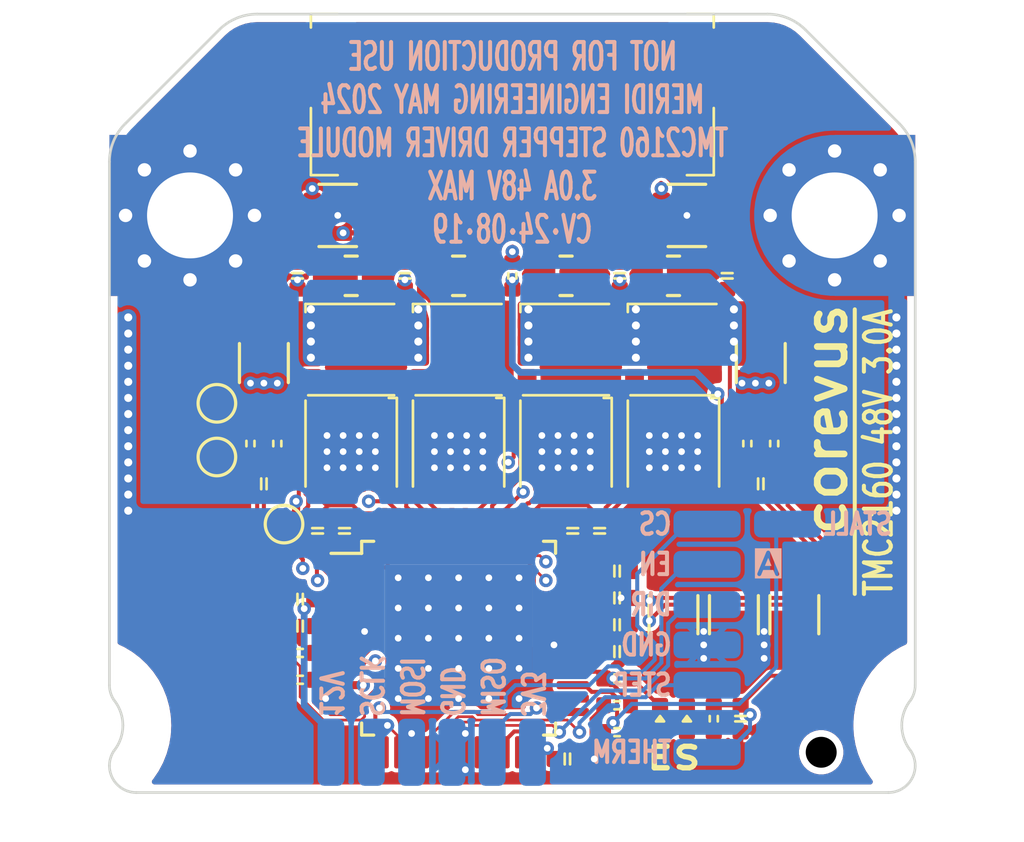
<source format=kicad_pcb>
(kicad_pcb (version 20240108) (generator "pcbnew") (generator_version "8.0")
  (layers (0 "F.Cu" signal) (1 "In1.Cu" power) (2 "In2.Cu" power) (31 "B.Cu" signal) (34 "B.Paste" user) (35 "F.Paste" user) (36 "B.SilkS" user "B.Silkscreen") (37 "F.SilkS" user "F.Silkscreen") (38 "B.Mask" user) (39 "F.Mask" user) (44 "Edge.Cuts" user))
  (net 0 "")
  (net 1 "Net-(U1-VCP)")
  (net 2 "Net-(U1-CPO)")
  (net 3 "Net-(U1-CPI)")
  (net 4 "GND")
  (net 5 "/Clk")
  (net 6 "/Step")
  (net 7 "/Dir")
  (net 8 "Net-(U1-5VOUT)")
  (net 9 "+12V")
  (net 10 "/Diag0")
  (net 11 "/Diag1")
  (net 12 "/~{En}")
  (net 13 "+48V")
  (net 14 "Net-(U1-CB1)")
  (net 15 "Net-(U1-CB2)")
  (net 16 "/~{CS}")
  (net 17 "/SCK")
  (net 18 "/SDI")
  (net 19 "/SDO")
  (net 20 "VCC")
  (net 21 "Net-(U1-CA1)")
  (net 22 "Net-(D1-K)")
  (net 23 "Net-(U1-CA2)")
  (net 27 "/B1")
  (net 28 "/B2")
  (net 29 "/A1")
  (net 30 "/A2")
  (net 31 "/HB1")
  (net 32 "Net-(Q2-S-Pad1)")
  (net 33 "/LB1")
  (net 34 "/HB2")
  (net 35 "/LB2")
  (net 36 "/HA1")
  (net 37 "Net-(Q6-S-Pad1)")
  (net 38 "/LA1")
  (net 39 "/HA2")
  (net 40 "/LA2")
  (net 41 "/SRBH")
  (net 42 "/SRBL")
  (net 43 "/SRAH")
  (net 44 "/SRAL")
  (net 45 "Net-(D2-K)")
  (net 46 "/THERM")
  (net 47 "Net-(U1-VCC)")
  (net 48 "/A2'")
  (net 49 "/A1'")
  (net 50 "/B2'")
  (net 51 "/B1'")
  (footprint "AlphaLib:0402C" (layer "F.Cu") (at 138.9 74.25)
    (property "Reference" "C7" (hide yes))
    (property "Value" "100nF 100V")
  )
  (footprint "Capacitor_SMD:C_1206_3216Metric" (layer "F.Cu") (at 145.5 74.875 -90)
    (property "Reference" "C15" (hide yes))
    (property "Value" "1μF 100V")
  )
  (footprint "corevus:MOSFET_DFN8" (layer "F.Cu") (at 141 65 -90)
    (property "Reference" "Q8" (hide yes))
    (property "Value" "30N06")
  )
  (footprint "corevus:MOSFET_DFN8" (layer "F.Cu") (at 133 65 -90)
    (property "Reference" "Q4" (hide yes))
    (property "Value" "30N06")
  )
  (footprint "corevus:XH_1x04_SMD_Vertical" (layer "F.Cu") (at 135 56.5 180)
    (property "Reference" "J1" (hide yes))
    (property "Value" "XH")
  )
  (footprint "corevus:MountingHole_M3_Driver" (layer "F.Cu") (at 147 60 -90)
    (property "Reference" "H2" (hide yes))
    (property "Value" "Gnd")
  )
  (footprint "PCM_ME_passives:0402LED" (layer "F.Cu") (at 140.5 78.75 -90)
    (property "Reference" "D1" (hide yes))
    (property "Value" "Red")
  )
  (footprint "AlphaLib:0402R" (layer "F.Cu") (at 144.75 68.5 -90)
    (property "Reference" "R12" (hide yes))
    (property "Value" "47Ω")
  )
  (footprint "AlphaLib:0402C" (layer "F.Cu") (at 138.9 76.25 180)
    (property "Reference" "C5" (hide yes))
    (property "Value" "1µF")
  )
  (footprint "AlphaLib:0402R" (layer "F.Cu") (at 126.25 68.5 -90)
    (property "Reference" "R8" (hide yes))
    (property "Value" "47Ω")
  )
  (footprint "Resistor_SMD:R_0805_2012Metric" (layer "F.Cu") (at 133 62.25 180)
    (property "Reference" "FB3" (hide yes))
    (property "Value" "30Ω@100MHz")
  )
  (footprint "AlphaLib:0402C" (layer "F.Cu") (at 127.75 71.75 90)
    (property "Reference" "C8" (hide yes))
    (property "Value" "1μF 25V")
  )
  (footprint "corevus:MOSFET_DFN8" (layer "F.Cu") (at 137 68.5 180)
    (property "Reference" "Q5" (hide yes))
    (property "Value" "30N06")
  )
  (footprint "TestPoint:TestPoint_Pad_D1.0mm" (layer "F.Cu") (at 126.5 71.5)
    (property "Reference" "TP3" (hide yes))
    (property "Value" "TestPoint")
  )
  (footprint "Package_TO_SOT_SMD:SOT-363_SC-70-6" (layer "F.Cu") (at 128.5 60)
    (property "Reference" "D3" (hide yes))
    (property "Value" "BAV99S")
  )
  (footprint "corevus:MOSFET_DFN8" (layer "F.Cu") (at 129 68.5 180)
    (property "Reference" "Q1" (hide yes))
    (property "Value" "30N06")
  )
  (footprint "Capacitor_SMD:C_1206_3216Metric" (layer "F.Cu") (at 143.25 74.875 -90)
    (property "Reference" "C14" (hide yes))
    (property "Value" "1μF 100V")
  )
  (footprint "AlphaLib:0402R" (layer "F.Cu") (at 125.25 68.5 -90)
    (property "Reference" "R9" (hide yes))
    (property "Value" "47Ω")
  )
  (footprint "AlphaLib:0402C" (layer "F.Cu") (at 138.9 75.25)
    (property "Reference" "C2" (hide yes))
    (property "Value" "100nF 100V")
  )
  (footprint "AlphaLib:0402R" (layer "F.Cu") (at 127.1 76.3 180)
    (property "Reference" "R4" (hide yes))
    (property "Value" "1Ω")
  )
  (footprint "AlphaLib:0402R" (layer "F.Cu") (at 135 62.25 90)
    (property "Reference" "TH1" (hide yes))
    (property "Value" "10kΩ 3950K")
  )
  (footprint "AlphaLib:0402C" (layer "F.Cu") (at 127.1 74.3 180)
    (property "Reference" "C6" (hide yes))
    (property "Value" "1μF")
  )
  (footprint "PCM_ME_passives:0402C" (layer "F.Cu") (at 139 62.25 90)
    (property "Reference" "C17" (hide yes))
    (property "Value" "1nF 100V")
  )
  (footprint "AlphaLib:0402R" (layer "F.Cu") (at 127.1 77.3 180)
    (property "Reference" "R3" (hide yes))
    (property "Value" "10kΩ")
  )
  (footprint "AlphaLib:0402C" (layer "F.Cu") (at 127.1 75.3)
    (property "Reference" "C4" (hide yes))
    (property "Value" "1μF")
  )
  (footprint "corevus:MountingHole_M3_Driver" (layer "F.Cu") (at 123 60 90)
    (property "Reference" "H1" (hide yes))
    (property "Value" "VM")
  )
  (footprint "AlphaLib:0402C" (layer "F.Cu") (at 138.25 71.75 90)
    (property "Reference" "C11" (hide yes))
    (property "Value" "1μF 25V")
  )
  (footprint "corevus:MOSFET_DFN8" (layer "F.Cu") (at 129 65 -90)
    (property "Reference" "Q2" (hide yes))
    (property "Value" "30N06")
  )
  (footprint "PCM_ME_passives:0402C" (layer "F.Cu") (at 127 62.25 90)
    (property "Reference" "C19" (hide yes))
    (property "Value" "1nF 100V")
  )
  (footprint "PCM_ME_passives:0402C" (layer "F.Cu") (at 125.75 70)
    (property "Reference" "C20" (hide yes))
    (property "Value" "1nF ")
  )
  (footprint "PCM_ME_passives:0402LED" (layer "F.Cu") (at 141.5 78.75 -90)
    (property "Reference" "D2" (hide yes))
    (property "Value" "Green")
  )
  (footprint "Package_TO_SOT_SMD:SOT-363_SC-70-6" (layer "F.Cu") (at 141.5 60)
    (property "Reference" "D4" (hide yes))
    (property "Value" "BAV99S")
  )
  (footprint "AlphaLib:0402R" (layer "F.Cu") (at 138.9 79.25 180)
    (property "Reference" "R16" (hide yes))
    (property "Value" "1kΩ")
  )
  (footprint "corevus:TMCx160" (layer "F.Cu") (at 133 75.75)
    (property "Reference" "U1" (hide yes))
    (property "Value" "TMC2160")
  )
  (footprint "Resistor_SMD:R_0805_2012Metric" (layer "F.Cu") (at 129 62.25 180)
    (property "Reference" "FB4" (hide yes))
    (property "Value" "30Ω@100MHz")
  )
  (footprint "AlphaLib:0402R" (layer "F.Cu") (at 142.5 78.75 -90)
    (property "Reference" "R20" (hide yes))
    (property "Value" "4.7kΩ")
  )
  (footprint "TestPoint:TestPoint_Pad_D1.0mm" (layer "F.Cu") (at 124 69)
    (property "Reference" "TP4" (hide yes))
    (property "Value" "TestPoint")
  )
  (footprint "Resistor_SMD:R_0805_2012Metric" (layer "F.Cu") (at 137 62.25)
    (property "Reference" "FB2" (hide yes))
    (property "Value" "30Ω@100MHz")
  )
  (footprint "AlphaLib:0402C" (layer "F.Cu") (at 128.75 71.75 90)
    (property "Reference" "C9" (hide yes))
    (property "Value" "1μF 25V")
  )
  (footprint "corevus:MOSFET_DFN8" (layer "F.Cu") (at 133 68.5 180)
    (property "Reference" "Q3" (hide yes))
    (property "Value" "30N06")
  )
  (footprint "AlphaLib:0402R" (layer "F.Cu") (at 143.75 68.5 -90)
    (property "Reference" "R11" (hide yes))
    (property "Value" "47Ω")
  )
  (footprint "corevus:MOSFET_DFN8" (layer "F.Cu") (at 141 68.5 180)
    (property "Reference" "Q7" (hide yes))
    (property "Value" "30N06")
  )
  (footprint "Resistor_SMD:R_0805_2012Metric" (layer "F.Cu") (at 141 62.25)
    (property "Reference" "FB1" (hide yes))
    (property "Value" "30Ω@100MHz")
  )
  (footprint "AlphaLib:0402C" (layer "F.Cu") (at 143.5 78.75 -90)
    (property "Reference" "C13" (hide yes))
    (property "Value" "1μF")
  )
  (footprint "Capacitor_SMD:C_1206_3216Metric" (layer "F.Cu") (at 141 74.875 -90)
    (property "Reference" "C12" (hide yes))
    (property "Value" "1μF 100V")
  )
  (footprint "Resistor_SMD:R_1206_3216Metric" (layer "F.Cu") (at 144.25 65.5 -90)
    (property "Reference" "R13" (hide yes))
    (property "Value" "50mΩ")
  )
  (footprint "PCM_ME_passives:0402C" (layer "F.Cu") (at 144.25 70 180)
    (property "Reference" "C21" (hide yes))
    (property "Value" "1nF ")
  )
  (footprint "corevus:MOSFET_DFN8" (layer "F.Cu") (at 137 65 -90)
    (property "Reference" "Q6" (hide yes))
    (property "Value" "30N06")
  )
  (footprint "corevus:ToolingHole" (layer "F.Cu") (at 146.5 80)
    (property "Reference" "H3" (hide yes))
    (property "Value" "ToolingHole")
  )
  (footprint "PCM_ME_passives:0402C" (layer "F.Cu") (at 131 62.25 90)
    (property "Reference" "C18" (hide yes))
    (property "Value" "1nF 100V")
  )
  (footprint "AlphaLib:0402C" (layer "F.Cu") (at 137.05 80.25 180)
    (property "Reference" "C3" (hide yes))
    (property "Value" "1µF")
  )
  (footprint "PCM_ME_passives:0402C" (layer "F.Cu") (at 143 62.25 90)
    (property "Reference" "C16" (hide yes))
    (property "Value" "1nF 100V")
  )
  (footprint "AlphaLib:0402R" (layer "F.Cu") (at 138.9 77.25 180)
    (property "Reference" "R1" (hide yes))
    (property "Value" "4.7kΩ")
  )
  (footprint "AlphaLib:0402C" (layer "F.Cu") (at 137.25 71.75 90)
    (property "Reference" "C10" (hide yes))
    (property "Value" "1μF 25V")
  )
  (footprint "AlphaLib:0402R" (layer "F.Cu") (at 138.9 78.25)
    (property "Reference" "R2" (hide yes))
    (property "Value" "10kΩ")
  )
  (footprint "Resistor_SMD:R_1206_3216Metric" (layer "F.Cu") (at 125.75 65.5 -90)
    (property "Reference" "R10" (hide yes))
    (property "Value" "50mΩ")
  )
  (footprint "AlphaLib:0402C" (layer "F.Cu") (at 138.9 73.25)
    (property "Reference" "C1" (hide yes))
    (property "Value" "1μF 25V")
  )
  (footprint "TestPoint:TestPoint_Pad_D1.0mm" (layer "F.Cu") (at 124 67)
    (property "Reference" "TP2" (hide yes))
    (property "Value" "TestPoint")
  )
  (footprint "corevus:LGA_Land_2.5mm" (layer "B.Cu") (at 145.25 71.5 -90)
    (property "Reference" "T17" (hide yes))
    (property "Value" "DIAG")
  )
  (footprint "corevus:LGA_Land_2.5mm" (layer "B.Cu") (at 135.75 80)
    (property "Reference" "T8" (hide yes))
    (property "Value" "VCC")
  )
  (footprint "corevus:LGA_Land_2.5mm" (layer "B.Cu") (at 142.25 71.5 90)
    (property "Reference" "T10" (hide yes))
    (property "Value" "CS0")
  )
  (footprint "corevus:LGA_Land_2.5mm" (layer "B.Cu") (at 134.25 80)
    (property "Reference" "T7" (hide yes))
    (property "Value" "SDO")
  )
  (footprint "corevus:LGA_Land_2.5mm" (layer "B.Cu") (at 142.25 73 90)
    (property "Reference" "T14" (hide yes))
    (property "Value" "EN")
  )
  (footprint "corevus:LGA_Land_2.5mm" (layer "B.Cu") (at 131.25 80)
    (property "Reference" "T6" (hide yes))
    (property "Value" "SDI")
  )
  (footprint "corevus:LGA_Land_2.5mm" (layer "B.Cu") (at 142.25 74.5 90)
    (property "Reference" "T13" (hide yes))
    (property "Value" "DIR")
  )
  (footprint "corevus:LGA_Land_2.5mm" (layer "B.Cu") (at 128.25 80)
    (property "Reference" "T3" (hide yes))
    (property "Value" "12V")
  )
  (footprint "corevus:LGA_Land_2.5mm" (layer "B.Cu") (at 142.25 77.5 90)
    (property "Reference" "T11" (hide yes))
    (property "Value" "STEP")
  )
  (footprint "corevus:LGA_Land_2.5mm" (layer "B.Cu") (at 129.75 80)
    (property "Reference" "T4" (hide yes))
    (property "Value" "SCK")
  )
  (footprint "corevus:LGA_Land_2.5mm" (layer "B.Cu") (at 132.75 80)
    (property "Reference" "T5" (hide yes))
    (property "Value" "GND")
  )
  (footprint "corevus:LGA_Land_2.5mm" (layer "B.Cu") (at 142.25 76 90)
    (property "Reference" "T12" (hide yes))
    (property "Value" "GND")
  )
  (footprint "corevus:LGA_Land_2.5mm" (layer "B.Cu") (at 142.25 80 90)
    (property "Reference" "T9" (hide yes))
    (property "Value" "Therm")
  )
  (gr_line (start 147.75 74.1) (end 147.75 63.5) (stroke (width 0.15)) (layer "F.SilkS"))
  (gr_line (start 125.5 52.5) (end 144.5 52.5) (stroke (width 0.1)) (layer "Edge.Cuts"))
  (gr_arc (start 149.5 79) (mid 149.585427 78.499039) (end 149.83205 78.0547) (stroke (width 0.1)) (layer "Edge.Cuts"))
  (gr_arc (start 149.414214 56.585786) (mid 149.84776 57.234633) (end 150 58) (stroke (width 0.1)) (layer "Edge.Cuts"))
  (gr_line (start 120.585786 56.585786) (end 124.085786 53.085786) (stroke (width 0.1)) (layer "Edge.Cuts"))
  (gr_arc (start 150 80.5) (mid 149.707107 81.207107) (end 149 81.5) (stroke (width 0.1)) (layer "Edge.Cuts"))
  (gr_arc (start 124.085786 53.085786) (mid 124.734633 52.65224) (end 125.5 52.5) (stroke (width 0.1)) (layer "Edge.Cuts"))
  (gr_line (start 120 77.5) (end 120 58) (stroke (width 0.1)) (layer "Edge.Cuts"))
  (gr_arc (start 120 80.5) (mid 120.042908 80.210216) (end 120.16795 79.9453) (stroke (width 0.1)) (layer "Edge.Cuts"))
  (gr_line (start 149 81.5) (end 121 81.5) (stroke (width 0.1)) (layer "Edge.Cuts"))
  (gr_line (start 150 58) (end 150 77.5) (stroke (width 0.1)) (layer "Edge.Cuts"))
  (gr_arc (start 144.5 52.5) (mid 145.265367 52.65224) (end 145.914214 53.085786) (stroke (width 0.1)) (layer "Edge.Cuts"))
  (gr_arc (start 150 77.5) (mid 149.957092 77.789784) (end 149.83205 78.0547) (stroke (width 0.1)) (layer "Edge.Cuts"))
  (gr_arc (start 121 81.5) (mid 120.292893 81.207107) (end 120 80.5) (stroke (width 0.1)) (layer "Edge.Cuts"))
  (gr_arc (start 120.16795 78.0547) (mid 120.414573 78.499039) (end 120.5 79) (stroke (width 0.1)) (layer "Edge.Cuts"))
  (gr_arc (start 120.16795 78.0547) (mid 120.042908 77.789784) (end 120 77.5) (stroke (width 0.1)) (layer "Edge.Cuts"))
  (gr_line (start 149.414214 56.585786) (end 145.914214 53.085786) (stroke (width 0.1)) (layer "Edge.Cuts"))
  (gr_arc (start 120 58) (mid 120.15224 57.234633) (end 120.585786 56.585786) (stroke (width 0.1)) (layer "Edge.Cuts"))
  (gr_arc (start 120.5 79) (mid 120.414573 79.500961) (end 120.16795 79.9453) (stroke (width 0.1)) (layer "Edge.Cuts"))
  (gr_arc (start 149.83205 79.9453) (mid 149.957092 80.210216) (end 150 80.5) (stroke (width 0.1)) (layer "Edge.Cuts"))
  (gr_arc (start 149.83205 79.9453) (mid 149.585427 79.500961) (end 149.5 79) (stroke (width 0.1)) (layer "Edge.Cuts"))
  (gr_text "STEP" (at 141 77.5 0) (layer "B.SilkS") (effects (font (size 0.8 0.6)) (justify left mirror)))
  (gr_text "STALL" (at 146.5 71.5 0) (layer "B.SilkS") (effects (font (size 0.8 0.6)) (justify right mirror)))
  (gr_text "THERM" (at 141 80 0) (layer "B.SilkS") (effects (font (size 0.8 0.6)) (justify left mirror)))
  (gr_text "CS" (at 141 71.5 0) (layer "B.SilkS") (effects (font (size 0.8 0.6)) (justify left mirror)))
  (gr_text "SCLK" (at 129.75 78.75 270) (layer "B.SilkS") (effects (font (size 0.8 0.6)) (justify left mirror)))
  (gr_text "GND" (at 132.75 78.75 270) (layer "B.SilkS") (effects (font (size 0.8 0.6)) (justify left mirror)))
  (gr_text "12V" (at 128.25 78.75 270) (layer "B.SilkS") (effects (font (size 0.8 0.6)) (justify left mirror)))
  (gr_text "3V3" (at 135.75 78.75 270) (layer "B.SilkS") (effects (font (size 0.8 0.6)) (justify left mirror)))
  (gr_text "DIR" (at 141 74.5 0) (layer "B.SilkS") (effects (font (size 0.8 0.6)) (justify left mirror)))
  (gr_text "GND" (at 141 76 0) (layer "B.SilkS") (effects (font (size 0.8 0.6)) (justify left mirror)))
  (gr_text "A" (at 144 73 0) (layer "B.SilkS" knockout) (effects (font (size 0.8 1)) (justify right mirror)))
  (gr_text "MOSI" (at 131.25 78.75 270) (layer "B.SilkS") (effects (font (size 0.8 0.6)) (justify left mirror)))
  (gr_text "EN" (at 141 73 0) (layer "B.SilkS") (effects (font (size 0.8 0.6)) (justify left mirror)))
  (gr_text "MISO" (at 134.25 78.75 270) (layer "B.SilkS") (effects (font (size 0.8 0.6)) (justify left mirror)))
  (gr_text "NOT FOR PRODUCTION USE\nMERIDI ENGINEERING MAY 2024\nTMC2160 STEPPER DRIVER MODULE\n3.0A 48V MAX\nCV·24·08·19" (at 135 53.5 0) (layer "B.SilkS") (effects (font (size 1 0.6)) (justify top mirror)))
  (gr_text "E" (at 140.5 79.75 0) (layer "F.SilkS") (effects (font (size 0.8 1) (thickness 0.2) (bold yes)) (justify top)))
  (gr_text "S" (at 141.5 79.75 0) (layer "F.SilkS") (effects (font (size 0.8 1) (thickness 0.2) (bold yes)) (justify top)))
  (gr_text "corevus" (at 147.55 63.15 90) (layer "F.SilkS") (effects (font (size 1.5 1.5) (thickness 0.25) (bold yes)) (justify right bottom)))
  (gr_text "TMC2160 48V 3.0A" (at 148.05 63.4 90) (layer "F.SilkS") (effects (font (size 1 0.75)) (justify right top)))
  (segment (start 138.4 73.305632) (end 138.4 73.25) (width 0.15) (layer "F.Cu") (net 1))
  (segment (start 137.25 74) (end 137.705632 74) (width 0.15) (layer "F.Cu") (net 1))
  (segment (start 137.705632 74) (end 138.4 73.305632) (width 0.15) (layer "F.Cu") (net 1))
  (segment (start 138.15 75.5) (end 138.4 75.25) (width 0.15) (layer "F.Cu") (net 2))
  (segment (start 137.25 75.5) (end 138.15 75.5) (width 0.15) (layer "F.Cu") (net 2))
  (segment (start 137.705632 75) (end 137.25 75) (width 0.15) (layer "F.Cu") (net 3))
  (segment (start 138.9 74.75) (end 137.955632 74.75) (width 0.15) (layer "F.Cu") (net 3))
  (segment (start 139.4 75.25) (end 138.9 74.75) (width 0.15) (layer "F.Cu") (net 3))
  (segment (start 137.955632 74.75) (end 137.705632 75) (width 0.15) (layer "F.Cu") (net 3))
  (segment (start 127.55 59.35) (end 127.55 59) (width 0.15) (layer "F.Cu") (net 4))
  (segment (start 128.75 78) (end 128.05 78) (width 0.2) (layer "F.Cu") (net 4))
  (segment (start 127 62.749999) (end 127 62.4) (width 0.3) (layer "F.Cu") (net 4))
  (segment (start 137.55 80.25) (end 138.05 80.25) (width 0.15) (layer "F.Cu") (net 4))
  (segment (start 144.75 67.4625) (end 144.75 67.975) (width 0.15) (layer "F.Cu") (net 4))
  (segment (start 125.25 68) (end 125.25 67.4625) (width 0.15) (layer "F.Cu") (net 4))
  (segment (start 137.955632 75.75) (end 137.705632 76) (width 0.15) (layer "F.Cu") (net 4))
  (segment (start 139 62.749999) (end 139 62.4) (width 0.3) (layer "F.Cu") (net 4))
  (segment (start 137.25 76) (end 136.55 76) (width 0.15) (layer "F.Cu") (net 4))
  (segment (start 125.25 67.4625) (end 125.75 66.9625) (width 0.15) (layer "F.Cu") (net 4))
  (segment (start 140.55 59.35) (end 140.55 59) (width 0.15) (layer "F.Cu") (net 4))
  (segment (start 144.25 66.9625) (end 143.75 67.4625) (width 0.15) (layer "F.Cu") (net 4))
  (segment (start 133.25 80) (end 133.25 79.3) (width 0.15) (layer "F.Cu") (net 4))
  (segment (start 139.4 74.25) (end 139.05 74.25) (width 0.1) (layer "F.Cu") (net 4))
  (segment (start 138.9 75.75) (end 137.955632 75.75) (width 0.15) (layer "F.Cu") (net 4))
  (segment (start 128.75 75.5) (end 129.5 75.5) (width 0.1) (layer "F.Cu") (net 4))
  (segment (start 131 62.749999) (end 131 62.4) (width 0.3) (layer "F.Cu") (net 4))
  (segment (start 139.4 76.25) (end 139.375 76.25) (width 0.15) (layer "F.Cu") (net 4))
  (segment (start 144.25 66.9625) (end 144.75 67.4625) (width 0.15) (layer "F.Cu") (net 4))
  (segment (start 137.705632 76) (end 137.25 76) (width 0.15) (layer "F.Cu") (net 4))
  (segment (start 129.45 60.65) (end 128.7 60.65) (width 0.15) (layer "F.Cu") (net 4))
  (segment (start 139.4 76.25) (end 138.9 75.75) (width 0.15) (layer "F.Cu") (net 4))
  (segment (start 135 61.75) (end 135 61.35) (width 0.25) (layer "F.Cu") (net 4))
  (via (at 149.3 68) (size 0.6) (drill 0.3) (layers "F.Cu" "B.Cu") (net 4))
  (via (at 139.05 74.25) (size 0.5) (drill 0.25) (layers "F.Cu" "B.Cu") (net 4))
  (via (at 138.05 80.25) (size 0.5) (drill 0.25) (layers "F.Cu" "B.Cu") (net 4))
  (via (at 136.55 76) (size 0.5) (drill 0.25) (layers "F.Cu" "B.Cu") (net 4))
  (via (at 131 62.4) (size 0.5) (drill 0.25) (layers "F.Cu" "B.Cu") (net 4))
  (via (at 129.5 75.5) (size 0.5) (drill 0.25) (layers "F.Cu" "B.Cu") (net 4))
  (via (at 149.3 63.8) (size 0.6) (drill 0.3) (layers "F.Cu" "B.Cu") (net 4))
  (via (at 120.7 68) (size 0.6) (drill 0.3) (layers "F.Cu" "B.Cu") (net 4))
  (via (at 120.7 63.8) (size 0.6) (drill 0.3) (layers "F.Cu" "B.Cu") (net 4))
  (via (at 120.7 65) (size 0.6) (drill 0.3) (layers "F.Cu" "B.Cu") (net 4))
  (via (at 144.55 66.25) (size 0.5) (drill 0.25) (layers "F.Cu" "B.Cu") (net 4))
  (via (at 120.7 66.2) (size 0.6) (drill 0.3) (layers "F.Cu" "B.Cu") (net 4))
  (via (at 149.3 69.2) (size 0.6) (drill 0.3) (layers "F.Cu" "B.Cu") (net 4))
  (via (at 120.7 71) (size 0.6) (drill 0.3) (layers "F.Cu" "B.Cu") (net 4))
  (via (at 149.3 66.2) (size 0.6) (drill 0.3) (layers "F.Cu" "B.Cu") (net 4))
  (via (at 149.3 65) (size 0.6) (drill 0.3) (layers "F.Cu" "B.Cu") (net 4))
  (via (at 128.05 78) (size 0.5) (drill 0.25) (layers "F.Cu" "B.Cu") (net 4))
  (via (at 144.375 75.5) (size 0.5) (drill 0.25) (layers "F.Cu" "B.Cu") (net 4))
  (via (at 142.125 75.5) (size 0.5) (drill 0.25) (layers "F.Cu" "B.Cu") (net 4))
  (via (at 120.7 64.4) (size 0.6) (drill 0.3) (layers "F.Cu" "B.Cu") (net 4))
  (via (at 133.25 79.3) (size 0.5) (drill 0.25) (layers "F.Cu" "B.Cu") (net 4))
  (via (at 142.125 76.5) (size 0.5) (drill 0.25) (layers "F.Cu" "B.Cu") (net 4))
  (via (at 120.7 65.6) (size 0.6) (drill 0.3) (layers "F.Cu" "B.Cu") (net 4))
  (via (at 120.7 69.2) (size 0.6) (drill 0.3) (layers "F.Cu" "B.Cu") (net 4))
  (via (at 149.3 64.4) (size 0.6) (drill 0.3) (layers "F.Cu" "B.Cu") (net 4))
  (via (at 144.375 76.5) (size 0.5) (drill 0.25) (layers "F.Cu" "B.Cu") (net 4))
  (via (at 135 61.35) (size 0.5) (drill 0.25) (layers "F.Cu" "B.Cu") (net 4))
  (via (at 128.7 60.65) (size 0.5) (drill 0.25) (layers "F.Cu" "B.Cu") (net 4))
  (via (at 149.3 70.4) (size 0.6) (drill 0.3) (layers "F.Cu" "B.Cu") (net 4))
  (via (at 149.3 71) (size 0.6) (drill 0.3) (layers "F.Cu" "B.Cu") (net 4))
  (via (at 144.05 66.25) (size 0.5) (drill 0.25) (layers "F.Cu" "B.Cu") (net 4))
  (via (at 149.3 66.8) (size 0.6) (drill 0.3) (layers "F.Cu" "B.Cu") (net 4))
  (via (at 127 62.4) (size 0.5) (drill 0.25) (layers "F.Cu" "B.Cu") (net 4))
  (via (at 140.55 59) (size 0.5) (drill 0.25) (layers "F.Cu" "B.Cu") (net 4))
  (via (at 120.7 66.8) (size 0.6) (drill 0.3) (layers "F.Cu" "B.Cu") (net 4))
  (via (at 126.25 66.25) (size 0.5) (drill 0.25) (layers "F.Cu" "B.Cu") (net 4))
  (via (at 120.7 67.4) (size 0.6) (drill 0.3) (layers "F.Cu" "B.Cu") (net 4))
  (via (at 125.75 66.25) (size 0.5) (drill 0.25) (layers "F.Cu" "B.Cu") (net 4))
  (via (at 143.55 66.25) (size 0.5) (drill 0.25) (layers "F.Cu" "B.Cu") (net 4))
  (via (at 149.3 65.6) (size 0.6) (drill 0.3) (layers "F.Cu" "B.Cu") (net 4))
  (via (at 149.3 67.4) (size 0.6) (drill 0.3) (layers "F.Cu" "B.Cu") (net 4))
  (via (at 139 62.4) (size 0.5) (drill 0.25) (layers "F.Cu" "B.Cu") (net 4))
  (via (at 149.3 69.8) (size 0.6) (drill 0.3) (layers "F.Cu" "B.Cu") (net 4))
  (via (at 144.375 76) (size 0.5) (drill 0.25) (layers "F.Cu" "B.Cu") (net 4))
  (via (at 127.55 59) (size 0.5) (drill 0.25) (layers "F.Cu" "B.Cu") (net 4))
  (via (at 120.7 70.4) (size 0.6) (drill 0.3) (layers "F.Cu" "B.Cu") (net 4))
  (via (at 120.7 68.6) (size 0.6) (drill 0.3) (layers "F.Cu" "B.Cu") (net 4))
  (via (at 125.25 66.25) (size 0.5) (drill 0.25) (layers "F.Cu" "B.Cu") (net 4))
  (via (at 142.125 76) (size 0.5) (drill 0.25) (layers "F.Cu" "B.Cu") (net 4))
  (via (at 133.25 80.65) (size 0.5) (drill 0.25) (layers "F.Cu" "B.Cu") (net 4))
  (via (at 149.3 68.6) (size 0.6) (drill 0.3) (layers "F.Cu" "B.Cu") (net 4))
  (via (at 120.7 69.8) (size 0.6) (drill 0.3) (layers "F.Cu" "B.Cu") (net 4))
  (segment (start 120.75 71.5) (end 120.7 71.45) (width 0.6) (layer "B.Cu") (net 4))
  (segment (start 149.3 70.4) (end 149.3 71) (width 0.6) (layer "B.Cu") (net 4))
  (segment (start 120.7 70.4) (end 120.7 71) (width 0.6) (layer "B.Cu") (net 4))
  (segment (start 149.3 71.45) (end 149.25 71.5) (width 0.6) (layer "B.Cu") (net 4))
  (segment (start 149.3 63.8) (end 149.3 70.4) (width 0.6) (layer "B.Cu") (net 4))
  (segment (start 149.3 63.8) (end 149.3 62.3) (width 0.6) (layer "B.Cu") (net 4))
  (segment (start 149.3 71) (end 149.3 71.45) (width 0.6) (layer "B.Cu") (net 4))
  (segment (start 149.3 62.3) (end 148.697056 61.697056) (width 0.6) (layer "B.Cu") (net 4))
  (segment (start 120.7 71) (end 120.7 71.45) (width 0.6) (layer "B.Cu") (net 4))
  (segment (start 120.7 63.8) (end 120.7 70.4) (width 0.6) (layer "B.Cu") (net 4))
  (segment (start 127.6 77.3) (end 127.6 78.151041) (width 0.1) (layer "F.Cu") (net 5))
  (segment (start 127.6 78.151041) (end 127.948959 78.5) (width 0.1) (layer "F.Cu") (net 5))
  (segment (start 127.948959 78.5) (end 128.75 78.5) (width 0.1) (layer "F.Cu") (net 5))
  (segment (start 132.991116 78.675) (end 132.25 79.416117) (width 0.1) (layer "F.Cu") (net 6))
  (segment (start 137.5 79.25) (end 137.05 78.8) (width 0.1) (layer "F.Cu") (net 6))
  (segment (start 133.633883 78.8) (end 133.508883 78.675) (width 0.1) (layer "F.Cu") (net 6))
  (segment (start 137.05 78.8) (end 133.633883 78.8) (width 0.1) (layer "F.Cu") (net 6))
  (segment (start 133.508883 78.675) (end 132.991116 78.675) (width 0.1) (layer "F.Cu") (net 6))
  (segment (start 132.25 79.416117) (end 132.25 80) (width 0.1) (layer "F.Cu") (net 6))
  (via (at 137.5 79.25) (size 0.5) (drill 0.25) (layers "F.Cu" "B.Cu") (net 6))
  (segment (start 137.5 78.903554) (end 138.453554 77.95) (width 0.15) (layer "B.Cu") (net 6))
  (segment (start 137.5 79.25) (end 137.5 78.903554) (width 0.15) (layer "B.Cu") (net 6))
  (segment (start 139.966054 77.95) (end 140.416054 77.5) (width 0.15) (layer "B.Cu") (net 6))
  (segment (start 140.416054 77.5) (end 142.25 77.5) (width 0.15) (layer "B.Cu") (net 6))
  (segment (start 138.453554 77.95) (end 139.966054 77.95) (width 0.15) (layer "B.Cu") (net 6))
  (segment (start 136.75 79.25) (end 136.5 79) (width 0.1) (layer "F.Cu") (net 7))
  (segment (start 133.426041 78.875) (end 133.073959 78.875) (width 0.1) (layer "F.Cu") (net 7))
  (segment (start 133.073959 78.875) (end 132.75 79.198959) (width 0.1) (layer "F.Cu") (net 7))
  (segment (start 132.75 79.198959) (end 132.75 80) (width 0.1) (layer "F.Cu") (net 7))
  (segment (start 136.5 79) (end 133.551041 79) (width 0.1) (layer "F.Cu") (net 7))
  (segment (start 133.551041 79) (end 133.426041 78.875) (width 0.1) (layer "F.Cu") (net 7))
  (via (at 136.75 79.25) (size 0.5) (drill 0.25) (layers "F.Cu" "B.Cu") (net 7))
  (segment (start 141.5 74.5) (end 142.25 74.5) (width 0.15) (layer "B.Cu") (net 7))
  (segment (start 138.3 77.7) (end 139.8625 77.7) (width 0.15) (layer "B.Cu") (net 7))
  (segment (start 140.8 76.7625) (end 140.8 75.2) (width 0.15) (layer "B.Cu") (net 7))
  (segment (start 139.8625 77.7) (end 140.8 76.7625) (width 0.15) (layer "B.Cu") (net 7))
  (segment (start 136.75 79.25) (end 138.3 77.7) (width 0.15) (layer "B.Cu") (net 7))
  (segment (start 140.8 75.2) (end 141.5 74.5) (width 0.15) (layer "B.Cu") (net 7))
  (segment (start 127.6 76.3) (end 127.6 75.3) (width 0.1) (layer "F.Cu") (net 8))
  (segment (start 128.75 75) (end 127.9 75) (width 0.1) (layer "F.Cu") (net 8))
  (segment (start 127.9 75) (end 127.6 75.3) (width 0.1) (layer "F.Cu") (net 8))
  (segment (start 127.8 74.5) (end 127.6 74.3) (width 0.2) (layer "F.Cu") (net 9))
  (segment (start 128.75 74.5) (end 127.8 74.5) (width 0.2) (layer "F.Cu") (net 9))
  (segment (start 127.6 74.3) (end 127.25 74.65) (width 0.2) (layer "F.Cu") (net 9))
  (segment (start 128.75 74) (end 128.75 74.5) (width 0.2) (layer "F.Cu") (net 9))
  (via (at 127.25 74.65) (size 0.5) (drill 0.25) (layers "F.Cu" "B.Cu") (net 9))
  (segment (start 127.25 78.25) (end 128.25 79.25) (width 0.25) (layer "B.Cu") (net 9))
  (segment (start 127.25 74.65) (end 127.25 78.25) (width 0.25) (layer "B.Cu") (net 9))
  (segment (start 128.25 79.25) (end 128.25 80) (width 0.25) (layer "B.Cu") (net 9))
  (segment (start 137.955632 77.75) (end 137.705632 77.5) (width 0.15) (layer "F.Cu") (net 11))
  (segment (start 138.75 78.9) (end 138.9 78.75) (width 0.15) (layer "F.Cu") (net 11))
  (segment (start 138.9 78.75) (end 138.9 77.98332) (width 0.15) (layer "F.Cu") (net 11))
  (segment (start 138.9 77.98332) (end 138.66668 77.75) (width 0.15) (layer "F.Cu") (net 11))
  (segment (start 138.4 79.25) (end 138.75 78.9) (width 0.15) (layer "F.Cu") (net 11))
  (segment (start 137.705632 77.5) (end 137.25 77.5) (width 0.15) (layer "F.Cu") (net 11))
  (segment (start 138.66668 77.75) (end 137.955632 77.75) (width 0.15) (layer "F.Cu") (net 11))
  (via (at 138.75 78.9) (size 0.5) (drill 0.25) (layers "F.Cu" "B.Cu") (net 11))
  (segment (start 144.825 71.925) (end 145.25 71.5) (width 0.15) (layer "B.Cu") (net 11))
  (segment (start 144.825 76.825) (end 144.825 71.925) (width 0.15) (layer "B.Cu") (net 11))
  (segment (start 138.75 78.9) (end 139.45 78.2) (width 0.15) (layer "B.Cu") (net 11))
  (segment (start 143.45 78.2) (end 144.825 76.825) (width 0.15) (layer "B.Cu") (net 11))
  (segment (start 139.45 78.2) (end 143.45 78.2) (width 0.15) (layer "B.Cu") (net 11))
  (segment (start 138.75 77.25) (end 138.4 77.25) (width 0.15) (layer "F.Cu") (net 12))
  (segment (start 139.4 78.25) (end 139.2 78.05) (width 0.15) (layer "F.Cu") (net 12))
  (segment (start 138.65 77.5) (end 138.4 77.25) (width 0.15) (layer "F.Cu") (net 12))
  (segment (start 139.2 77.929766) (end 138.770234 77.5) (width 0.15) (layer "F.Cu") (net 12))
  (segment (start 138.75 77.25) (end 138.5 77) (width 0.15) (layer "F.Cu") (net 12))
  (segment (start 139.2 78.05) (end 139.2 77.929766) (width 0.15) (layer "F.Cu") (net 12))
  (segment (start 138.5 77) (end 137.25 77) (width 0.15) (layer "F.Cu") (net 12))
  (segment (start 138.770234 77.5) (end 138.65 77.5) (width 0.15) (layer "F.Cu") (net 12))
  (via (at 138.75 77.25) (size 0.5) (drill 0.25) (layers "F.Cu" "B.Cu") (net 12))
  (segment (start 138.75 77.25) (end 139.958946 77.25) (width 0.15) (layer "B.Cu") (net 12))
  (segment (start 141.45 73) (end 142.25 73) (width 0.15) (layer "B.Cu") (net 12))
  (segment (start 140.55 76.658946) (end 140.55 73.9) (width 0.15) (layer "B.Cu") (net 12))
  (segment (start 140.55 73.9) (end 141.45 73) (width 0.15) (layer "B.Cu") (net 12))
  (segment (start 139.958946 77.25) (end 140.55 76.658946) (width 0.15) (layer "B.Cu") (net 12))
  (segment (start 140.55 60) (end 141.5 60) (width 0.15) (layer "F.Cu") (net 13))
  (segment (start 138.15 74.5) (end 138.4 74.25) (width 0.15) (layer "F.Cu") (net 13))
  (segment (start 141.5 60) (end 142.45 60) (width 0.15) (layer "F.Cu") (net 13))
  (segment (start 139.4 73.25) (end 138.4 74.25) (width 0.15) (layer "F.Cu") (net 13))
  (segment (start 128.5 60) (end 127.550001 60) (width 0.15) (layer "F.Cu") (net 13))
  (segment (start 129.449999 60) (end 128.5 60) (width 0.15) (layer "F.Cu") (net 13))
  (segment (start 137.25 74.5) (end 138.15 74.5) (width 0.15) (layer "F.Cu") (net 13))
  (via (at 140.1 68.8) (size 0.5) (drill 0.25) (layers "F.Cu" "B.Cu") (net 13))
  (via (at 133.9 68.2) (size 0.5) (drill 0.25) (layers "F.Cu" "B.Cu") (net 13))
  (via (at 129.3 69.4) (size 0.5) (drill 0.25) (layers "F.Cu" "B.Cu") (net 13))
  (via (at 137.9 68.8) (size 0.5) (drill 0.25) (layers "F.Cu" "B.Cu") (net 13))
  (via (at 129.3 68.2) (size 0.5) (drill 0.25) (layers "F.Cu" "B.Cu") (net 13))
  (via (at 137.9 69.4) (size 0.5) (drill 0.25) (layers "F.Cu" "B.Cu") (net 13))
  (via (at 132.1 69.4) (size 0.5) (drill 0.25) (layers "F.Cu" "B.Cu") (net 13))
  (via (at 128.7 68.8) (size 0.5) (drill 0.25) (layers "F.Cu" "B.Cu") (net 13))
  (via (at 128.1 68.8) (size 0.5) (drill 0.25) (layers "F.Cu" "B.Cu") (net 13))
  (via (at 128.7 68.2) (size 0.5) (drill 0.25) (layers "F.Cu" "B.Cu") (net 13))
  (via (at 137.9 68.2) (size 0.5) (drill 0.25) (layers "F.Cu" "B.Cu") (net 13))
  (via (at 137.3 68.8) (size 0.5) (drill 0.25) (layers "F.Cu" "B.Cu") (net 13))
  (via (at 128.5 60) (size 0.5) (drill 0.25) (layers "F.Cu" "B.Cu") (net 13))
  (via (at 136.7 68.2) (size 0.5) (drill 0.25) (layers "F.Cu" "B.Cu") (net 13))
  (via (at 141.3 68.8) (size 0.5) (drill 0.25) (layers "F.Cu" "B.Cu") (net 13))
  (via (at 129.3 68.8) (size 0.5) (drill 0.25) (layers "F.Cu" "B.Cu") (net 13))
  (via (at 136.1 68.2) (size 0.5) (drill 0.25) (layers "F.Cu" "B.Cu") (net 13))
  (via (at 133.3 68.8) (size 0.5) (drill 0.25) (layers "F.Cu" "B.Cu") (net 13))
  (via (at 129.9 69.4) (size 0.5) (drill 0.25) (layers "F.Cu" "B.Cu") (net 13))
  (via (at 129.9 68.2) (size 0.5) (drill 0.25) (layers "F.Cu" "B.Cu") (net 13))
  (via (at 128.7 69.4) (size 0.5) (drill 0.25) (layers "F.Cu" "B.Cu") (net 13))
  (via (at 137.3 68.2) (size 0.5) (drill 0.25) (layers "F.Cu" "B.Cu") (net 13))
  (via (at 141.3 68.2) (size 0.5) (drill 0.25) (layers "F.Cu" "B.Cu") (net 13))
  (via (at 133.3 69.4) (size 0.5) (drill 0.25) (layers "F.Cu" "B.Cu") (net 13))
  (via (at 141.5 60) (size 0.5) (drill 0.25) (layers "F.Cu" "B.Cu") (net 13))
  (via (at 141.9 68.2) (size 0.5) (drill 0.25) (layers "F.Cu" "B.Cu") (net 13))
  (via (at 136.1 68.8) (size 0.5) (drill 0.25) (layers "F.Cu" "B.Cu") (net 13))
  (via (at 132.7 69.4) (size 0.5) (drill 0.25) (layers "F.Cu" "B.Cu") (net 13))
  (via (at 132.7 68.2) (size 0.5) (drill 0.25) (layers "F.Cu" "B.Cu") (net 13))
  (via (at 140.7 69.4) (size 0.5) (drill 0.25) (layers "F.Cu" "B.Cu") (net 13))
  (via (at 129.9 68.8) (size 0.5) (drill 0.25) (layers "F.Cu" "B.Cu") (net 13))
  (via (at 136.1 69.4) (size 0.5) (drill 0.25) (layers "F.Cu" "B.Cu") (net 13))
  (via (at 133.9 69.4) (size 0.5) (drill 0.25) (layers "F.Cu" "B.Cu") (net 13))
  (via (at 128.1 69.4) (size 0.5) (drill 0.25) (layers "F.Cu" "B.Cu") (net 13))
  (via (at 140.1 68.2) (size 0.5) (drill 0.25) (layers "F.Cu" "B.Cu") (net 13))
  (via (at 137.3 69.4) (size 0.5) (drill 0.25) (layers "F.Cu" "B.Cu") (net 13))
  (via (at 140.1 69.4) (size 0.5) (drill 0.25) (layers "F.Cu" "B.Cu") (net 13))
  (via (at 132.7 68.8) (size 0.5) (drill 0.25) (layers "F.Cu" "B.Cu") (net 13))
  (via (at 132.1 68.8) (size 0.5) (drill 0.25) (layers "F.Cu" "B.Cu") (net 13))
  (via (at 141.9 68.8) (size 0.5) (drill 0.25) (layers "F.Cu" "B.Cu") (net 13))
  (via (at 133.3 68.2) (size 0.5) (drill 0.25) (layers "F.Cu" "B.Cu") (net 13))
  (via (at 132.1 68.2) (size 0.5) (drill 0.25) (layers "F.Cu" "B.Cu") (net 13))
  (via (at 136.7 69.4) (size 0.5) (drill 0.25) (layers "F.Cu" "B.Cu") (net 13))
  (via (at 140.7 68.8) (size 0.5) (drill 0.25) (layers "F.Cu" "B.Cu") (net 13))
  (via (at 140.7 68.2) (size 0.5) (drill 0.25) (layers "F.Cu" "B.Cu") (net 13))
  (via (at 141.9 69.4) (size 0.5) (drill 0.25) (layers "F.Cu" "B.Cu") (net 13))
  (via (at 141.3 69.4) (size 0.5) (drill 0.25) (layers "F.Cu" "B.Cu") (net 13))
  (via (at 136.7 68.8) (size 0.5) (drill 0.25) (layers "F.Cu" "B.Cu") (net 13))
  (via (at 128.1 68.2) (size 0.5) (drill 0.25) (layers "F.Cu" "B.Cu") (net 13))
  (via (at 133.9 68.8) (size 0.5) (drill 0.25) (layers "F.Cu" "B.Cu") (net 13))
  (segment (start 127.975 73.178554) (end 127.975 72.475) (width 0.15) (layer "F.Cu") (net 14))
  (segment (start 128.75 73.5) (end 128.296446 73.5) (width 0.15) (layer "F.Cu") (net 14))
  (segment (start 127.975 72.475) (end 127.75 72.25) (width 0.15) (layer "F.Cu") (net 14))
  (segment (start 128.296446 73.5) (end 127.975 73.178554) (width 0.15) (layer "F.Cu") (net 14))
  (segment (start 132.75 71.95) (end 132.25 72.45) (width 0.1) (layer "F.Cu") (net 15))
  (segment (start 132.75 71.5) (end 132.75 71.95) (width 0.1) (layer "F.Cu") (net 15))
  (segment (start 128.95 72.45) (end 128.75 72.25) (width 0.1) (layer "F.Cu") (net 15))
  (segment (start 132.25 72.45) (end 128.95 72.45) (width 0.1) (layer "F.Cu") (net 15))
  (segment (start 129.9 78.5) (end 129.9 79.236397) (width 0.15) (layer "F.Cu") (net 16))
  (segment (start 130.163603 79.5) (end 130.25 79.5) (width 0.15) (layer "F.Cu") (net 16))
  (segment (start 129.9 79.236397) (end 130.163603 79.5) (width 0.15) (layer "F.Cu") (net 16))
  (segment (start 130.05 78.35) (end 129.9 78.5) (width 0.15) (layer "F.Cu") (net 16))
  (via (at 130.05 78.35) (size 0.5) (drill 0.25) (layers "F.Cu" "B.Cu") (net 16))
  (segment (start 138.936397 76.8) (end 139.136397 77) (width 0.15) (layer "B.Cu") (net 16))
  (segment (start 134.75 78.255698) (end 134.75 77.863604) (width 0.15) (layer "B.Cu") (net 16))
  (segment (start 139.65 75.286397) (end 139.65 73.35) (width 0.15) (layer "B.Cu") (net 16))
  (segment (start 130.2 78.5) (end 134.505698 78.5) (width 0.15) (layer "B.Cu") (net 16))
  (segment (start 135.113604 77.5) (end 137.863603 77.5) (width 0.15) (layer "B.Cu") (net 16))
  (segment (start 141.5 71.5) (end 142.25 71.5) (width 0.15) (layer "B.Cu") (net 16))
  (segment (start 140.3 76.555392) (end 140.3 75.936397) (width 0.15) (layer "B.Cu") (net 16))
  (segment (start 134.505698 78.5) (end 134.75 78.255698) (width 0.15) (layer "B.Cu") (net 16))
  (segment (start 138.563603 76.8) (end 138.936397 76.8) (width 0.15) (layer "B.Cu") (net 16))
  (segment (start 139.65 73.35) (end 141.5 71.5) (width 0.15) (layer "B.Cu") (net 16))
  (segment (start 140.3 75.936397) (end 139.65 75.286397) (width 0.15) (layer "B.Cu") (net 16))
  (segment (start 139.855392 77) (end 140.3 76.555392) (width 0.15) (layer "B.Cu") (net 16))
  (segment (start 139.136397 77) (end 139.855392 77) (width 0.15) (layer "B.Cu") (net 16))
  (segment (start 134.75 77.863604) (end 135.113604 77.5) (width 0.15) (layer "B.Cu") (net 16))
  (segment (start 130.05 78.35) (end 130.2 78.5) (width 0.15) (layer "B.Cu") (net 16))
  (segment (start 137.863603 77.5) (end 138.563603 76.8) (width 0.15) (layer "B.Cu") (net 16))
  (segment (start 130.75 79.4) (end 130.75 80) (width 0.1) (layer "F.Cu") (net 17))
  (segment (start 130.35 79) (end 130.75 79.4) (width 0.1) (layer "F.Cu") (net 17))
  (via (at 130.35 79) (size 0.5) (drill 0.25) (layers "F.Cu" "B.Cu") (net 17))
  (segment (start 130.35 79) (end 129.8 79) (width 0.5) (layer "B.Cu") (net 17))
  (segment (start 130.35 79) (end 129.95 79.4) (width 0.5) (layer "B.Cu") (net 17))
  (segment (start 131.25 80) (end 131.25 79.3) (width 0.15) (layer "F.Cu") (net 18))
  (via (at 131.25 79.3) (size 0.5) (drill 0.25) (layers "F.Cu" "B.Cu") (net 18))
  (segment (start 131.75 79.579722) (end 131.75 80) (width 0.1) (layer "F.Cu") (net 19))
  (segment (start 135.9 78.35) (end 135.65 78.6) (width 0.1) (layer "F.Cu") (net 19))
  (segment (start 135.65 78.6) (end 133.716725 78.6) (width 0.1) (layer "F.Cu") (net 19))
  (segment (start 133.716725 78.6) (end 133.591725 78.475) (width 0.1) (layer "F.Cu") (net 19))
  (segment (start 132.854722 78.475) (end 131.75 79.579722) (width 0.1) (layer "F.Cu") (net 19))
  (segment (start 133.591725 78.475) (end 132.854722 78.475) (width 0.1) (layer "F.Cu") (net 19))
  (via (at 135.9 78.35) (size 0.5) (drill 0.25) (layers "F.Cu" "B.Cu") (net 19))
  (segment (start 134.925 78.575) (end 134.25 79.25) (width 0.15) (layer "B.Cu") (net 19))
  (segment (start 134.25 79.25) (end 134.25 80) (width 0.15) (layer "B.Cu") (net 19))
  (segment (start 135.9 78.35) (end 135.675 78.575) (width 0.15) (layer "B.Cu") (net 19))
  (segment (start 135.675 78.575) (end 134.925 78.575) (width 0.15) (layer "B.Cu") (net 19))
  (segment (start 137.05 79.75) (end 136.55 80.25) (width 0.15) (layer "F.Cu") (net 20))
  (segment (start 134.75 80) (end 134.25 80) (width 0.1) (layer "F.Cu") (net 20))
  (segment (start 138.4 78.305632) (end 137.95 78.755632) (width 0.15) (layer "F.Cu") (net 20))
  (segment (start 134.25 80) (end 133.75 80) (width 0.1) (layer "F.Cu") (net 20))
  (segment (start 135.930632 79.225) (end 135.069368 79.225) (width 0.15) (layer "F.Cu") (net 20))
  (segment (start 139 79.75) (end 138.13332 79.75) (width 0.15) (layer "F.Cu") (net 20))
  (segment (start 142.5 79.249999) (end 141.5 79.249999) (width 0.15) (layer "F.Cu") (net 20))
  (segment (start 138.4 78.25) (end 138.4 78.305632) (width 0.15) (layer "F.Cu") (net 20))
  (segment (start 141.5 79.249999) (end 140.5 79.249999) (width 0.15) (layer "F.Cu") (net 20))
  (segment (start 136.3 79.85) (end 136.55 80.1) (width 0.15) (layer "F.Cu") (net 20))
  (segment (start 136.075 79.369368) (end 135.930632 79.225) (width 0.15) (layer "F.Cu") (net 20))
  (segment (start 137.75 79.75) (end 137.05 79.75) (width 0.15) (layer "F.Cu") (net 20))
  (segment (start 140.5 79.249999) (end 140 79.75) (width 0.15) (layer "F.Cu") (net 20))
  (segment (start 136.075 79.625) (end 136.075 79.369368) (width 0.15) (layer "F.Cu") (net 20))
  (segment (start 137.95 78.755632) (end 137.95 79.75) (width 0.15) (layer "F.Cu") (net 20))
  (segment (start 138.13332 79.75) (end 137.75 79.75) (width 0.15) (layer "F.Cu") (net 20))
  (segment (start 134.75 79.544368) (end 134.75 80) (width 0.15) (layer "F.Cu") (net 20))
  (segment (start 140 79.75) (end 139 79.75) (width 0.15) (layer "F.Cu") (net 20))
  (segment (start 136.55 80.1) (end 136.55 80.25) (width 0.15) (layer "F.Cu") (net 20))
  (segment (start 135.069368 79.225) (end 134.75 79.544368) (width 0.15) (layer "F.Cu") (net 20))
  (segment (start 136.3 79.85) (end 136.075 79.625) (width 0.15) (layer "F.Cu") (net 20))
  (via (at 136.3 79.85) (size 0.5) (drill 0.25) (layers "F.Cu" "B.Cu") (net 20))
  (segment (start 135.9 79.85) (end 135.75 80) (width 0.15) (layer "B.Cu") (net 20))
  (segment (start 136.3 79.85) (end 135.9 79.85) (width 0.15) (layer "B.Cu") (net 20))
  (segment (start 133.75 72.45) (end 137.05 72.45) (width 0.1) (layer "F.Cu") (net 21))
  (segment (start 137.05 72.45) (end 137.25 72.25) (width 0.1) (layer "F.Cu") (net 21))
  (segment (start 133.25 71.95) (end 133.75 72.45) (width 0.1) (layer "F.Cu") (net 21))
  (segment (start 133.25 71.5) (end 133.25 71.95) (width 0.1) (layer "F.Cu") (net 21))
  (segment (start 140.45 78.25) (end 139.45 77.25) (width 0.15) (layer "F.Cu") (net 22))
  (segment (start 139.45 77.25) (end 139.4 77.25) (width 0.15) (layer "F.Cu") (net 22))
  (segment (start 137.95 72.93332) (end 138.25 72.63332) (width 0.15) (layer "F.Cu") (net 23))
  (segment (start 138.25 72.63332) (end 138.25 72.25) (width 0.15) (layer "F.Cu") (net 23))
  (segment (start 137.95 73.25) (end 137.95 72.93332) (width 0.15) (layer "F.Cu") (net 23))
  (segment (start 137.25 73.5) (end 137.7 73.5) (width 0.15) (layer "F.Cu") (net 23))
  (segment (start 137.7 73.5) (end 137.95 73.25) (width 0.15) (layer "F.Cu") (net 23))
  (segment (start 128.08609 70.8) (end 128.2 70.8) (width 0.15) (layer "F.Cu") (net 27))
  (segment (start 129.06391 70.8) (end 129.36391 71.1) (width 0.15) (layer "F.Cu") (net 27))
  (segment (start 128.2 70.8) (end 129.06391 70.8) (width 0.15) (layer "F.Cu") (net 27))
  (segment (start 128.675 67.05) (end 128.675 67.18891) (width 0.15) (layer "F.Cu") (net 27))
  (segment (start 127.75 71.2) (end 128.15 70.8) (width 0.15) (layer "F.Cu") (net 27))
  (segment (start 127.55 70.26391) (end 128.08609 70.8) (width 0.15) (layer "F.Cu") (net 27))
  (segment (start 127.55 67.864438) (end 127.55 70.26391) (width 0.15) (layer "F.Cu") (net 27))
  (segment (start 127.839438 67.575) (end 127.55 67.864438) (width 0.15) (layer "F.Cu") (net 27))
  (segment (start 128.675 67.18891) (end 128.28891 67.575) (width 0.15) (layer "F.Cu") (net 27))
  (segment (start 128.15 70.8) (end 128.2 70.8) (width 0.15) (layer "F.Cu") (net 27))
  (segment (start 128.28891 67.575) (end 127.839438 67.575) (width 0.15) (layer "F.Cu") (net 27))
  (segment (start 129.36391 71.1) (end 130.25 71.1) (width 0.15) (layer "F.Cu") (net 27))
  (segment (start 127.75 71.25) (end 127.75 71.2) (width 0.15) (layer "F.Cu") (net 27))
  (segment (start 131.3 67.496446) (end 131.3 70.6) (width 0.15) (layer "F.Cu") (net 28))
  (segment (start 131.75 71.046446) (end 131.75 71.5) (width 0.15) (layer "F.Cu") (net 28))
  (segment (start 131.6 67.196446) (end 131.3 67.496446) (width 0.15) (layer "F.Cu") (net 28))
  (segment (start 131.83609 66.45) (end 131.6 66.68609) (width 0.15) (layer "F.Cu") (net 28))
  (segment (start 132.2 66.45) (end 131.83609 66.45) (width 0.15) (layer "F.Cu") (net 28))
  (segment (start 131.425 70.725) (end 131.428554 70.725) (width 0.15) (layer "F.Cu") (net 28))
  (segment (start 131.3 70.6) (end 131.425 70.725) (width 0.15) (layer "F.Cu") (net 28))
  (segment (start 131.428554 70.725) (end 131.75 71.046446) (width 0.15) (layer "F.Cu") (net 28))
  (segment (start 131.75 71.95) (end 131.45 72.25) (width 0.1) (layer "F.Cu") (net 28))
  (segment (start 131.45 72.25) (end 129.75 72.25) (width 0.1) (layer "F.Cu") (net 28))
  (segment (start 129.75 72.25) (end 128.75 71.25) (width 0.1) (layer "F.Cu") (net 28))
  (segment (start 131.75 71.5) (end 131.75 71.95) (width 0.1) (layer "F.Cu") (net 28))
  (segment (start 131.6 66.68609) (end 131.6 67.196446) (width 0.15) (layer "F.Cu") (net 28))
  (segment (start 134.25 71.95) (end 134.55 72.25) (width 0.1) (layer "F.Cu") (net 29))
  (segment (start 134.55 72.25) (end 136.25 72.25) (width 0.1) (layer "F.Cu") (net 29))
  (segment (start 135.55 67.864438) (end 135.55 69.513604) (width 0.15) (layer "F.Cu") (net 29))
  (segment (start 136.28891 67.575) (end 135.839438 67.575) (width 0.15) (layer "F.Cu") (net 29))
  (segment (start 136.675 67.05) (end 136.675 67.18891) (width 0.15) (layer "F.Cu") (net 29))
  (segment (start 136.25 72.25) (end 137.25 71.25) (width 0.1) (layer "F.Cu") (net 29))
  (segment (start 136.675 67.18891) (end 136.28891 67.575) (width 0.15) (layer "F.Cu") (net 29))
  (segment (start 134.95 70.113603) (end 134.95 70.117464) (width 0.15) (layer "F.Cu") (net 29))
  (segment (start 135.839438 67.575) (end 135.55 67.864438) (width 0.15) (layer "F.Cu") (net 29))
  (segment (start 134.25 71.5) (end 134.25 71.95) (width 0.1) (layer "F.Cu") (net 29))
  (segment (start 135.55 69.513604) (end 134.95 70.113603) (width 0.15) (layer "F.Cu") (net 29))
  (segment (start 134.25 70.817464) (end 134.25 71.5) (width 0.15) (layer "F.Cu") (net 29))
  (segment (start 134.95 70.117464) (end 134.25 70.817464) (width 0.15) (layer "F.Cu") (net 29))
  (segment (start 136.028554 70.8) (end 137.8 70.8) (width 0.15) (layer "F.Cu") (net 30))
  (segment (start 138.475 70.888298) (end 139.2 70.163296) (width 0.15) (layer "F.Cu") (net 30))
  (segment (start 135.75 71.078554) (end 136.028554 70.8) (width 0.15) (layer "F.Cu") (net 30))
  (segment (start 138.25 71.25) (end 138.475 71.025) (width 0.15) (layer "F.Cu") (net 30))
  (segment (start 137.8 70.8) (end 138.25 71.25) (width 0.15) (layer "F.Cu") (net 30))
  (segment (start 139.83332 66.45) (end 140.25 66.45) (width 0.15) (layer "F.Cu") (net 30))
  (segment (start 135.75 71.5) (end 135.75 71.078554) (width 0.15) (layer "F.Cu") (net 30))
  (segment (start 139.6 67.121446) (end 139.6 66.68332) (width 0.15) (layer "F.Cu") (net 30))
  (segment (start 139.2 70.163296) (end 139.2 67.521446) (width 0.15) (layer "F.Cu") (net 30))
  (segment (start 139.6 66.68332) (end 139.83332 66.45) (width 0.15) (layer "F.Cu") (net 30))
  (segment (start 138.475 71.025) (end 138.475 70.888298) (width 0.15) (layer "F.Cu") (net 30))
  (segment (start 139.2 67.521446) (end 139.6 67.121446) (width 0.15) (layer "F.Cu") (net 30))
  (segment (start 127.275 71.53891) (end 127.275 70.961397) (width 0.15) (layer "F.Cu") (net 31))
  (segment (start 128.01391 71.75) (end 127.48609 71.75) (width 0.15) (layer "F.Cu") (net 31))
  (segment (start 127.4 70.467464) (end 127.3 70.367463) (width 0.15) (layer "F.Cu") (net 31))
  (segment (start 127.48609 71.75) (end 127.275 71.53891) (width 0.15) (layer "F.Cu") (net 31))
  (segment (start 127.3 70.367463) (end 127.3 67.760885) (width 0.15) (layer "F.Cu") (net 31))
  (segment (start 127.4 70.836397) (end 127.4 70.467464) (width 0.15) (layer "F.Cu") (net 31))
  (segment (start 128.25 73) (end 128.25 71.98609) (width 0.15) (layer "F.Cu") (net 31))
  (segment (start 128.25 71.98609) (end 128.01391 71.75) (width 0.15) (layer "F.Cu") (net 31))
  (segment (start 127.3 67.760885) (end 128.010884 67.05) (width 0.15) (layer "F.Cu") (net 31))
  (segment (start 128.010884 67.05) (end 128.025 67.05) (width 0.15) (layer "F.Cu") (net 31))
  (segment (start 127.275 70.961397) (end 127.4 70.836397) (width 0.15) (layer "F.Cu") (net 31))
  (segment (start 127.05 67.2) (end 127.05 65.718676) (width 0.1) (layer "F.Cu") (net 32))
  (segment (start 127.05 65.718676) (end 127.443676 65.325) (width 0.1) (layer "F.Cu") (net 32))
  (segment (start 126.25 68) (end 127.05 67.2) (width 0.1) (layer "F.Cu") (net 32))
  (segment (start 127.443676 65.325) (end 127.55 65.325) (width 0.1) (layer "F.Cu") (net 32))
  (via (at 127.5 64.1) (size 0.6) (drill 0.3) (layers "F.Cu" "B.Cu") (net 32))
  (via (at 127.5 64.7) (size 0.6) (drill 0.3) (layers "F.Cu" "B.Cu") (net 32))
  (via (at 131.5 64.1) (size 0.6) (drill 0.3) (layers "F.Cu" "B.Cu") (net 32))
  (via (at 131.5 65.3) (size 0.6) (drill 0.3) (layers "F.Cu" "B.Cu") (net 32))
  (via (at 131.5 63.5) (size 0.6) (drill 0.3) (layers "F.Cu" "B.Cu") (net 32))
  (via (at 127.5 63.5) (size 0.6) (drill 0.3) (layers "F.Cu" "B.Cu") (net 32))
  (via (at 131.5 64.7) (size 0.6) (drill 0.3) (layers "F.Cu" "B.Cu") (net 32))
  (via (at 127.5 65.3) (size 0.6) (drill 0.3) (layers "F.Cu" "B.Cu") (net 32))
  (segment (start 127.05 70.55) (end 127.05 67.65733) (width 0.15) (layer "F.Cu") (net 33))
  (segment (start 126.95 70.65) (end 127.05 70.55) (width 0.15) (layer "F.Cu") (net 33))
  (segment (start 129.65 70.65) (end 130.353554 70.65) (width 0.15) (layer "F.Cu") (net 33))
  (segment (start 127.55 67.15733) (end 127.55 65.975) (width 0.15) (layer "F.Cu") (net 33))
  (segment (start 126.95 70.65) (end 126.95 71.05) (width 0.3) (layer "F.Cu") (net 33))
  (segment (start 126.95 71.05) (end 126.5 71.5) (width 0.3) (layer "F.Cu") (net 33))
  (segment (start 127.05 67.65733) (end 127.55 67.15733) (width 0.15) (layer "F.Cu") (net 33))
  (segment (start 130.353554 70.65) (end 130.75 71.046446) (width 0.15) (layer "F.Cu") (net 33))
  (segment (start 130.75 71.046446) (end 130.75 71.5) (width 0.15) (layer "F.Cu") (net 33))
  (via (at 129.65 70.65) (size 0.5) (drill 0.25) (layers "F.Cu" "B.Cu") (net 33))
  (via (at 126.95 70.65) (size 0.5) (drill 0.25) (layers "F.Cu" "B.Cu") (net 33))
  (segment (start 132.25 71.046446) (end 131.55 70.346446) (width 0.15) (layer "F.Cu") (net 34))
  (segment (start 132.25 71.5) (end 132.25 71.046446) (width 0.15) (layer "F.Cu") (net 34))
  (segment (start 131.55 70.346446) (end 131.55 67.6) (width 0.15) (layer "F.Cu") (net 34))
  (segment (start 131.55 67.6) (end 132 67.15) (width 0.15) (layer "F.Cu") (net 34))
  (segment (start 131.25 71.05) (end 131.05 70.85) (width 0.15) (layer "F.Cu") (net 35))
  (segment (start 131.35 67.092892) (end 131.35 66.175) (width 0.15) (layer "F.Cu") (net 35))
  (segment (start 131.35 66.175) (end 131.55 65.975) (width 0.15) (layer "F.Cu") (net 35))
  (segment (start 131.05 70.85) (end 131.05 67.392892) (width 0.15) (layer "F.Cu") (net 35))
  (segment (start 131.05 67.392892) (end 131.35 67.092892) (width 0.15) (layer "F.Cu") (net 35))
  (segment (start 131.25 71.5) (end 131.25 71.05) (width 0.15) (layer "F.Cu") (net 35))
  (segment (start 135.3 67.760884) (end 135.735885 67.325) (width 0.15) (layer "F.Cu") (net 36))
  (segment (start 133.75 70.96391) (end 134.7 70.01391) (width 0.15) (layer "F.Cu") (net 36))
  (segment (start 135.735885 67.325) (end 135.942992 67.325) (width 0.15) (layer "F.Cu") (net 36))
  (segment (start 133.75 71.5) (end 133.75 70.96391) (width 0.15) (layer "F.Cu") (net 36))
  (segment (start 135.3 69.41005) (end 135.3 67.760884) (width 0.15) (layer "F.Cu") (net 36))
  (segment (start 134.7 70.01391) (end 134.7 70.010049) (width 0.15) (layer "F.Cu") (net 36))
  (segment (start 134.7 70.010049) (end 135.3 69.41005) (width 0.15) (layer "F.Cu") (net 36))
  (segment (start 143.1 67.357968) (end 143.1 65.45) (width 0.15) (layer "F.Cu") (net 37))
  (segment (start 143.1 65.45) (end 143.25 65.3) (width 0.15) (layer "F.Cu") (net 37))
  (segment (start 143.742032 68) (end 143.1 67.357968) (width 0.15) (layer "F.Cu") (net 37))
  (via (at 135.6005 64.1) (size 0.6) (drill 0.3) (layers "F.Cu" "B.Cu") (net 37))
  (via (at 139.6 63.5) (size 0.6) (drill 0.3) (layers "F.Cu" "B.Cu") (net 37))
  (via (at 143.25 63.5) (size 0.6) (drill 0.3) (layers "F.Cu" "B.Cu") (net 37))
  (via (at 139.6 65.3) (size 0.6) (drill 0.3) (layers "F.Cu" "B.Cu") (net 37))
  (via (at 143.25 64.7) (size 0.6) (drill 0.3) (layers "F.Cu" "B.Cu") (net 37))
  (via (at 135.6 64.7) (size 0.6) (drill 0.3) (layers "F.Cu" "B.Cu") (net 37))
  (via (at 135.6 63.5) (size 0.6) (drill 0.3) (layers "F.Cu" "B.Cu") (net 37))
  (via (at 139.6005 64.1) (size 0.6) (drill 0.3) (layers "F.Cu" "B.Cu") (net 37))
  (via (at 143.25 64.1) (size 0.6) (drill 0.3) (layers "F.Cu" "B.Cu") (net 37))
  (via (at 143.25 65.3) (size 0.6) (drill 0.3) (layers "F.Cu" "B.Cu") (net 37))
  (via (at 139.6 64.7) (size 0.6) (drill 0.3) (layers "F.Cu" "B.Cu") (net 37))
  (via (at 135.6 65.3) (size 0.6) (drill 0.3) (layers "F.Cu" "B.Cu") (net 37))
  (segment (start 135.4 70.3) (end 134.75 70.95) (width 0.15) (layer "F.Cu") (net 38))
  (segment (start 135.050001 67.65733) (end 135.55 67.157332) (width 0.15) (layer "F.Cu") (net 38))
  (segment (start 134.75 70.95) (end 134.75 71.5) (width 0.15) (layer "F.Cu") (net 38))
  (segment (start 134.85 69.2) (end 135.050001 68.999999) (width 0.15) (layer "F.Cu") (net 38))
  (segment (start 135.55 67.157332) (end 135.55 65.975) (width 0.15) (layer "F.Cu") (net 38))
  (segment (start 135.050001 68.999999) (end 135.050001 67.65733) (width 0.15) (layer "F.Cu") (net 38))
  (via (at 135.4 70.3) (size 0.5) (drill 0.25) (layers "F.Cu" "B.Cu") (net 38))
  (via (at 134.85 69.2) (size 0.5) (drill 0.25) (layers "F.Cu" "B.Cu") (net 38))
  (segment (start 137.529766 73) (end 137.75 72.779766) (width 0.15) (layer "F.Cu") (net 39))
  (segment (start 138.51668 71.75) (end 138.75 71.51668) (width 0.15) (layer "F.Cu") (net 39))
  (segment (start 137.2 73) (end 137.529766 73) (width 0.15) (layer "F.Cu") (net 39))
  (segment (start 137.98332 71.75) (end 138.51668 71.75) (width 0.15) (layer "F.Cu") (net 39))
  (segment (start 139.45 70.26685) (end 139.45 67.625) (width 0.15) (layer "F.Cu") (net 39))
  (segment (start 137.75 72.779766) (end 137.75 71.98332) (width 0.15) (layer "F.Cu") (net 39))
  (segment (start 139.45 67.625) (end 140.025 67.05) (width 0.15) (layer "F.Cu") (net 39))
  (segment (start 138.75 70.966851) (end 139.45 70.26685) (width 0.15) (layer "F.Cu") (net 39))
  (segment (start 138.75 71.51668) (end 138.75 70.966851) (width 0.15) (layer "F.Cu") (net 39))
  (segment (start 137.75 71.98332) (end 137.98332 71.75) (width 0.15) (layer "F.Cu") (net 39))
  (segment (start 135.425 70.869368) (end 135.569368 70.725) (width 0.15) (layer "F.Cu") (net 40))
  (segment (start 135.25 71.046446) (end 135.425 70.871446) (width 0.15) (layer "F.Cu") (net 40))
  (segment (start 139.35 67.017892) (end 139.35 66.175) (width 0.15) (layer "F.Cu") (net 40))
  (segment (start 135.8 70.55) (end 138.459744 70.55) (width 0.15) (layer "F.Cu") (net 40))
  (segment (start 138.95 70.059743) (end 138.95 67.417892) (width 0.15) (layer "F.Cu") (net 40))
  (segment (start 135.625 70.725) (end 135.8 70.55) (width 0.15) (layer "F.Cu") (net 40))
  (segment (start 135.25 71.5) (end 135.25 71.046446) (width 0.15) (layer "F.Cu") (net 40))
  (segment (start 138.95 67.417892) (end 139.35 67.017892) (width 0.15) (layer "F.Cu") (net 40))
  (segment (start 135.569368 70.725) (end 135.625 70.725) (width 0.15) (layer "F.Cu") (net 40))
  (segment (start 139.35 66.175) (end 139.55 65.975) (width 0.15) (layer "F.Cu") (net 40))
  (segment (start 138.459744 70.55) (end 138.95 70.059743) (width 0.15) (layer "F.Cu") (net 40))
  (segment (start 135.425 70.871446) (end 135.425 70.869368) (width 0.15) (layer "F.Cu") (net 40))
  (segment (start 127.725 73.575) (end 127.725 72.99168) (width 0.15) (layer "F.Cu") (net 41))
  (segment (start 126.25 72.25) (end 125.75 71.75) (width 0.15) (layer "F.Cu") (net 41))
  (segment (start 126.25 69) (end 125.750001 68.500001) (width 0.15) (layer "F.Cu") (net 41))
  (segment (start 126.25 69) (end 126.25 70) (width 0.15) (layer "F.Cu") (net 41))
  (segment (start 126.98332 72.25) (end 126.25 72.25) (width 0.15) (layer "F.Cu") (net 41))
  (segment (start 124.499999 68.500001) (end 124 69) (width 0.15) (layer "F.Cu") (net 41))
  (segment (start 125.75 71.75) (end 125.75 70.5) (width 0.15) (layer "F.Cu") (net 41))
  (segment (start 129.9 76.6) (end 129.6 76.6) (width 0.1) (layer "F.Cu") (net 41))
  (segment (start 127.725 72.99168) (end 126.98332 72.25) (width 0.15) (layer "F.Cu") (net 41))
  (segment (start 125.75 70.5) (end 126.25 70) (width 0.15) (layer "F.Cu") (net 41))
  (segment (start 129.6 76.6) (end 129.2 77) (width 0.1) (layer "F.Cu") (net 41))
  (segment (start 129.2 77) (end 128.75 77) (width 0.1) (layer "F.Cu") (net 41))
  (segment (start 127.75 73.6) (end 127.725 73.575) (width 0.15) (layer "F.Cu") (net 41))
  (segment (start 125.750001 68.500001) (end 124.499999 68.500001) (width 0.15) (layer "F.Cu") (net 41))
  (via (at 127.75 73.6) (size 0.5) (drill 0.25) (layers "F.Cu" "B.Cu") (net 41))
  (via (at 129.9 76.6) (size 0.5) (drill 0.25) (layers "F.Cu" "B.Cu") (net 41))
  (segment (start 125.5 71.853554) (end 125.5 70.25) (width 0.15) (layer "F.Cu") (net 42))
  (segment (start 125.25 69) (end 125.25 70) (width 0.15) (layer "F.Cu") (net 42))
  (segment (start 127.2 73.15) (end 127.2 72.820234) (width 0.15) (layer "F.Cu") (net 42))
  (segment (start 126.879766 72.5) (end 126.146446 72.5) (width 0.15) (layer "F.Cu") (net 42))
  (segment (start 129.45 77.5) (end 128.75 77.5) (width 0.1) (layer "F.Cu") (net 42))
  (segment (start 126.146446 72.5) (end 125.5 71.853554) (width 0.15) (layer "F.Cu") (net 42))
  (segment (start 125.5 70.25) (end 125.25 70) (width 0.15) (layer "F.Cu") (net 42))
  (segment (start 127.2 72.820234) (end 126.879766 72.5) (width 0.15) (layer "F.Cu") (net 42))
  (via (at 129.45 77.5) (size 0.5) (drill 0.25) (layers "F.Cu" "B.Cu") (net 42))
  (via (at 127.2 73.15) (size 0.5) (drill 0.25) (layers "F.Cu" "B.Cu") (net 42))
  (segment (start 130.491116 72.875) (end 130.125 73.241117) (width 0.1) (layer "F.Cu") (net 43))
  (segment (start 136.25 73.6) (end 135.525 72.875) (width 0.1) (layer "F.Cu") (net 43))
  (segment (start 143.75 69) (end 143.750001 70) (width 0.15) (layer "F.Cu") (net 43))
  (segment (start 130.125 73.241117) (end 130.125 75.775) (width 0.1) (layer "F.Cu") (net 43))
  (segment (start 146.65 72.9) (end 143.75 70) (width 0.15) (layer "F.Cu") (net 43))
  (segment (start 130.125 75.775) (end 129.4 76.5) (width 0.1) (layer "F.Cu") (net 43))
  (segment (start 135.525 72.875) (end 130.491116 72.875) (width 0.1) (layer "F.Cu") (net 43))
  (segment (start 146.232968 74.25) (end 146.65 73.832968) (width 0.15) (layer "F.Cu") (net 43))
  (segment (start 140.2 74.25) (end 146.232968 74.25) (width 0.15) (layer "F.Cu") (net 43))
  (segment (start 129.4 76.5) (end 128.75 76.5) (width 0.1) (layer "F.Cu") (net 43))
  (segment (start 146.65 73.832968) (end 146.65 72.9) (width 0.15) (layer "F.Cu") (net 43))
  (segment (start 140.1 74.35) (end 140.2 74.25) (width 0.15) (layer "F.Cu") (net 43))
  (via (at 136.25 73.6) (size 0.5) (drill 0.25) (layers "F.Cu" "B.Cu") (net 43))
  (via (at 140.1 74.35) (size 0.5) (drill 0.25) (layers "F.Cu" "B.Cu") (net 43))
  (segment (start 136.025 72.675) (end 130.408273 72.675) (width 0.1) (layer "F.Cu") (net 44))
  (segment (start 144.75 70) (end 144.75 70.646446) (width 0.15) (layer "F.Cu") (net 44))
  (segment (start 144.75 70.646446) (end 146.9 72.796447) (width 0.15) (layer "F.Cu") (net 44))
  (segment (start 146.9 73.936522) (end 146.336522 74.5) (width 0.15) (layer "F.Cu") (net 44))
  (segment (start 130.408273 72.675) (end 129.925 73.158274) (width 0.1) (layer "F.Cu") (net 44))
  (segment (start 129.925 75.692158) (end 129.617158 76) (width 0.1) (layer "F.Cu") (net 44))
  (segment (start 144.75 69) (end 144.749999 70) (width 0.15) (layer "F.Cu") (net 44))
  (segment (start 146.9 72.796447) (end 146.9 73.936522) (width 0.15) (layer "F.Cu") (net 44))
  (segment (start 129.617158 76) (end 128.75 76) (width 0.1) (layer "F.Cu") (net 44))
  (segment (start 140.7 74.5) (end 140.1 75.1) (width 0.15) (layer "F.Cu") (net 44))
  (segment (start 136.25 72.9) (end 136.025 72.675) (width 0.1) (layer "F.Cu") (net 44))
  (segment (start 146.336522 74.5) (end 140.7 74.5) (width 0.15) (layer "F.Cu") (net 44))
  (segment (start 129.925 73.158274) (end 129.925 75.692158) (width 0.1) (layer "F.Cu") (net 44))
  (via (at 136.25 72.9) (size 0.5) (drill 0.25) (layers "F.Cu" "B.Cu") (net 44))
  (via (at 140.1 75.1) (size 0.5) (drill 0.25) (layers "F.Cu" "B.Cu") (net 44))
  (segment (start 141.5 78.250001) (end 141.000001 78.75) (width 0.15) (layer "F.Cu") (net 45))
  (segment (start 141.000001 78.75) (end 139.9 78.75) (width 0.15) (layer "F.Cu") (net 45))
  (segment (start 139.9 78.75) (end 139.4 79.25) (width 0.15) (layer "F.Cu") (net 45))
  (segment (start 145.01668 68.5) (end 145.25 68.73332) (width 0.15) (layer "F.Cu") (net 46))
  (segment (start 143.849999 78.6) (end 143.5 78.250001) (width 0.15) (layer "F.Cu") (net 46))
  (segment (start 147.15 74.040076) (end 146.6 74.590076) (width 0.15) (layer "F.Cu") (net 46))
  (segment (start 146.282968 77.15) (end 144.600001 77.15) (width 0.15) (layer "F.Cu") (net 46))
  (segment (start 145.25 68.73332) (end 145.25 70.792893) (width 0.15) (layer "F.Cu") (net 46))
  (segment (start 135 62.75) (end 135 62.4) (width 0.25) (layer "F.Cu") (net 46))
  (segment (start 142.8 66.8) (end 142.8 67.81668) (width 0.15) (layer "F.Cu") (net 46))
  (segment (start 142.65 66.65) (end 142.8 66.8) (width 0.15) (layer "F.Cu") (net 46))
  (segment (start 143.5 78.250001) (end 142.5 78.250001) (width 0.15) (layer "F.Cu") (net 46))
  (segment (start 147.15 72.692893) (end 147.15 74.040076) (width 0.15) (layer "F.Cu") (net 46))
  (segment (start 142.8 67.81668) (end 143.48332 68.5) (width 0.15) (layer "F.Cu") (net 46))
  (segment (start 146.6 76.832968) (end 146.282968 77.15) (width 0.15) (layer "F.Cu") (net 46))
  (segment (start 145.25 70.792893) (end 147.15 72.692893) (width 0.15) (layer "F.Cu") (net 46))
  (segment (start 144.600001 77.15) (end 143.5 78.250001) (width 0.15) (layer "F.Cu") (net 46))
  (segment (start 143.48332 68.5) (end 145.01668 68.5) (width 0.15) (layer "F.Cu") (net 46))
  (segment (start 143.85 78.6) (end 143.849999 78.6) (width 0.15) (layer "F.Cu") (net 46))
  (segment (start 146.6 74.590076) (end 146.6 76.832968) (width 0.15) (layer "F.Cu") (net 46))
  (via (at 135 62.4) (size 0.5) (drill 0.25) (layers "F.Cu" "B.Cu") (net 46))
  (via (at 143.85 78.6) (size 0.5) (drill 0.25) (layers "F.Cu" "B.Cu") (net 46))
  (via (at 142.65 66.65) (size 0.5) (drill 0.25) (layers "F.Cu" "B.Cu") (net 46))
  (segment (start 135 65.55) (end 135 62.4) (width 0.25) (layer "B.Cu") (net 46))
  (segment (start 135.3 65.85) (end 135 65.55) (width 0.25) (layer "B.Cu") (net 46))
  (segment (start 143 80) (end 142.25 80) (width 0.15) (layer "B.Cu") (net 46))
  (segment (start 141.85 65.85) (end 135.3 65.85) (width 0.25) (layer "B.Cu") (net 46))
  (segment (start 143.85 79.15) (end 143 80) (width 0.15) (layer "B.Cu") (net 46))
  (segment (start 143.85 78.6) (end 143.85 79.15) (width 0.15) (layer "B.Cu") (net 46))
  (segment (start 142.65 66.65) (end 141.85 65.85) (width 0.25) (layer "B.Cu") (net 46))
  (segment (start 135.825 73.473959) (end 135.825 75.875) (width 0.1) (layer "F.Cu") (net 47))
  (segment (start 138.15 76.5) (end 138.4 76.25) (width 0.15) (layer "F.Cu") (net 47))
  (segment (start 129.5 78.670278) (end 129.5 78.05) (width 0.1) (layer "F.Cu") (net 47))
  (segment (start 137.25 76.5) (end 138.15 76.5) (width 0.15) (layer "F.Cu") (net 47))
  (segment (start 129.5 78.05) (end 130.325 77.225) (width 0.1) (layer "F.Cu") (net 47))
  (segment (start 130.325 73.32396) (end 130.57396 73.075) (width 0.1) (layer "F.Cu") (net 47))
  (segment (start 127.1 76.8) (end 127.1 77.933883) (width 0.1) (layer "F.Cu") (net 47))
  (segment (start 127.1 77.933883) (end 127.966117 78.8) (width 0.1) (layer "F.Cu") (net 47))
  (segment (start 135.426041 73.075) (end 135.825 73.473959) (width 0.1) (layer "F.Cu") (net 47))
  (segment (start 136.45 76.5) (end 137.25 76.5) (width 0.1) (layer "F.Cu") (net 47))
  (segment (start 130.57396 73.075) (end 135.426041 73.075) (width 0.1) (layer "F.Cu") (net 47))
  (segment (start 127.966117 78.8) (end 129.370278 78.8) (width 0.1) (layer "F.Cu") (net 47))
  (segment (start 130.325 77.225) (end 130.325 73.32396) (width 0.1) (layer "F.Cu") (net 47))
  (segment (start 135.825 75.875) (end 136.45 76.5) (width 0.1) (layer "F.Cu") (net 47))
  (segment (start 129.370278 78.8) (end 129.5 78.670278) (width 0.1) (layer "F.Cu") (net 47))
  (segment (start 126.6 76.3) (end 127.1 76.8) (width 0.1) (layer "F.Cu") (net 47))
  (segment (start 142.499999 61.25) (end 140.05 61.25) (width 0.3) (layer "F.Cu") (net 48))
  (segment (start 143 61.750001) (end 142.499999 61.25) (width 0.3) (layer "F.Cu") (net 48))
  (segment (start 141.05 58.8) (end 141.05 58.792893) (width 0.25) (layer "F.Cu") (net 49))
  (segment (start 140.225 53.725) (end 137.675 53.725) (width 0.25) (layer "F.Cu") (net 49))
  (segment (start 139 61.750001) (end 138.499999 61.25) (width 0.3) (layer "F.Cu") (net 49))
  (segment (start 137.0875 61.25) (end 136.0875 62.25) (width 0.3) (layer "F.Cu") (net 49))
  (segment (start 142.45 59.35) (end 141.6 59.35) (width 0.25) (layer "F.Cu") (net 49))
  (segment (start 141.05 58.792893) (end 140.5 58.242893) (width 0.25) (layer "F.Cu") (net 49))
  (segment (start 141.6 59.35) (end 141.05 58.8) (width 0.25) (layer "F.Cu") (net 49))
  (segment (start 140.5 54) (end 140.225 53.725) (width 0.25) (layer "F.Cu") (net 49))
  (segment (start 140.5 58.242893) (end 140.5 54) (width 0.25) (layer "F.Cu") (net 49))
  (segment (start 138.499999 61.25) (end 137.0875 61.25) (width 0.3) (layer "F.Cu") (net 49))
  (segment (start 129.5 54) (end 129.775 53.725) (width 0.25) (layer "F.Cu") (net 50))
  (segment (start 132.9125 61.25) (end 133.9125 62.25) (width 0.3) (layer "F.Cu") (net 50))
  (segment (start 131.500001 61.25) (end 132.9125 61.25) (width 0.3) (layer "F.Cu") (net 50))
  (segment (start 129.775 53.725) (end 132.1 53.725) (width 0.25) (layer "F.Cu") (net 50))
  (segment (start 129.5 59.3) (end 129.5 54) (width 0.25) (layer "F.Cu") (net 50))
  (segment (start 129.45 59.35) (end 129.5 59.3) (width 0.25) (layer "F.Cu") (net 50))
  (segment (start 131 61.750001) (end 131.500001 61.25) (width 0.3) (layer "F.Cu") (net 50))
  (segment (start 127.55 60.65) (end 127.55 61.25) (width 0.3) (layer "F.Cu") (net 51))
  (segment (start 127 61.750001) (end 127.500001 61.25) (width 0.3) (layer "F.Cu") (net 51))
  (segment (start 127.500001 61.25) (end 129.85 61.25) (width 0.3) (layer "F.Cu") (net 51))
  (zone (net 4) (net_name "GND") (layer "F.Cu") (priority 2) (connect_pads yes (clearance 0.15)) (min_thickness 0.2) (fill yes (thermal_gap 0.5) (thermal_bridge_width 0.5))
    (polygon (pts (xy 145.35 66.2) (xy 145.35 67.625) (xy 143.1 67.625) (xy 143.1 66.2)))
  )
  (zone (net 27) (net_name "/B1") (layer "F.Cu") (priority 28) (connect_pads yes (clearance 0.15)) (min_thickness 0.25) (fill yes (thermal_gap 0.5) (thermal_bridge_width 0.5))
    (polygon (pts (xy 131.2 67.4) (xy 131.2 62.8) (xy 129.9 62.8) (xy 129.9 62.7) (xy 129.9 62.25) (xy 128.95 61.3) (xy 127.6 61.3) (xy 127.6 66.6) (xy 128.4 67.4)))
  )
  (zone (net 28) (net_name "/B2") (layer "F.Cu") (priority 30) (connect_pads yes (clearance 0.15)) (min_thickness 0.25) (fill yes (thermal_gap 0.5) (thermal_bridge_width 0.5))
    (polygon (pts (xy 135.2 67.4) (xy 135.2 63.05) (xy 133.95 63.05) (xy 133.95 62.3) (xy 132.95 61.3) (xy 131.9 61.3) (xy 131.35 61.85) (xy 131.35 66.35) (xy 132.4 67.4)))
  )
  (zone (net 4) (net_name "GND") (layer "F.Cu") (priority 5) (connect_pads yes (clearance 0.15)) (min_thickness 0.25) (fill yes (thermal_gap 0.5) (thermal_bridge_width 0.5))
    (polygon (pts (xy 146.625 74.55) (xy 146.625 78.2) (xy 140.1 78.2) (xy 139.75 77.85) (xy 139.75 75.65) (xy 140.85 74.55)))
  )
  (zone (net 4) (net_name "GND") (layer "F.Cu") (priority 5) (connect_pads (clearance 0.25)) (min_thickness 0.2) (fill yes (thermal_gap 0.1) (thermal_bridge_width 0.2) (island_removal_mode 2) (island_area_min 3))
    (polygon (pts (xy 126.25 52.5) (xy 126.25 61.5) (xy 124.5 63.25) (xy 124.75 63.25) (xy 120 63.25) (xy 120 52.5)))
  )
  (zone (net 48) (net_name "/A2'") (layer "F.Cu") (priority 32) (connect_pads yes (clearance 0.15)) (min_thickness 0.25) (fill yes (thermal_gap 0.5) (thermal_bridge_width 0.5))
    (polygon (pts (xy 138 54) (xy 138 62.95) (xy 140.35 62.95) (xy 140.6 62.7) (xy 140.6 61.55) (xy 140.6 61.15) (xy 140.1 61.15) (xy 140.1 60.1) (xy 140.6 60.1) (xy 140.6 54)))
  )
  (zone (net 51) (net_name "/B1'") (layer "F.Cu") (priority 32) (connect_pads yes (clearance 0.15)) (min_thickness 0.25) (fill yes (thermal_gap 0.5) (thermal_bridge_width 0.5))
    (polygon (pts (xy 131.6 54) (xy 132 54.4) (xy 132 60.6) (xy 131 61.6) (xy 131 62.95) (xy 129.65 62.95) (xy 129.4 62.7) (xy 129.4 54)))
  )
  (zone (net 37) (net_name "Net-(Q6-S-Pad1)") (layer "F.Cu") (priority 40) (connect_pads yes (clearance 0.1)) (min_thickness 0.25) (fill yes (thermal_gap 0.5) (thermal_bridge_width 0.5))
    (polygon (pts (xy 142.95 65.6) (xy 144.3 65.6) (xy 145.15 64.75) (xy 145.15 63.55) (xy 144.8 63.2) (xy 142.95 63.2)))
  )
  (zone (net 32) (net_name "Net-(Q2-S-Pad1)") (layer "F.Cu") (priority 40) (connect_pads yes (clearance 0.1)) (min_thickness 0.25) (fill yes (thermal_gap 0.5) (thermal_bridge_width 0.5))
    (polygon (pts (xy 124.85 63.65) (xy 124.85 64.75) (xy 125.75 65.65) (xy 127.9 65.65) (xy 127.9 63.8) (xy 127.8 63.5) (xy 127.5 63.2) (xy 125.3 63.2)))
  )
  (zone (net 4) (net_name "GND") (layer "F.Cu") (priority 2) (connect_pads yes (clearance 0.125)) (min_thickness 0.2) (fill yes (thermal_gap 0.125) (thermal_bridge_width 0.2) (smoothing fillet) (radius 0.3))
    (polygon (pts (xy 150 63.5) (xy 150 56.5) (xy 143.5 56.5) (xy 143.5 63.5)))
  )
  (zone (net 13) (net_name "+48V") (layer "F.Cu") (priority 3) (connect_pads yes (clearance 0.15)) (min_thickness 0.25) (fill yes (thermal_gap 0.5) (thermal_bridge_width 0.5))
    (polygon (pts (xy 142.7 67.5) (xy 142.7 68.95) (xy 144.25 70.5) (xy 144.75 70.5) (xy 146.75 72.5) (xy 146.75 73.75) (xy 146.5 74) (xy 140 74) (xy 140 73) (xy 138.75 71.75) (xy 138.75 71) (xy 139.5 70.25) (xy 139.5 67.5)))
  )
  (zone (net 30) (net_name "/A2") (layer "F.Cu") (priority 30) (connect_pads yes (clearance 0.15)) (min_thickness 0.25) (fill yes (thermal_gap 0.5) (thermal_bridge_width 0.5))
    (polygon (pts (xy 142.8 67.4) (xy 142.8 61.3) (xy 142.3 61.3) (xy 140.6 61.3) (xy 140.6 62.7) (xy 140.4 62.7) (xy 139.9 63.2) (xy 139.2 63.9) (xy 139.2 66.2) (xy 140.4 67.4)))
  )
  (zone (net 13) (net_name "+48V") (layer "F.Cu") (priority 4) (connect_pads (clearance 0.15)) (min_thickness 0.25) (fill yes (thermal_gap 0.25) (thermal_bridge_width 0.25))
    (polygon (pts (xy 138.75 71.75) (xy 138.75 72.6) (xy 140 73.85) (xy 140 73)))
  )
  (zone (net 50) (net_name "/B2'") (layer "F.Cu") (priority 31) (connect_pads yes (clearance 0.15)) (min_thickness 0.1) (fill yes (thermal_gap 0.5) (thermal_bridge_width 0.5))
    (polygon (pts (xy 134.9 53.6) (xy 134.9 62.95) (xy 133.9 62.95) (xy 133.9 62.25) (xy 132.95 61.3) (xy 131.5 61.3) (xy 131.5 53.6)))
  )
  (zone (net 32) (net_name "Net-(Q2-S-Pad1)") (layer "F.Cu") (priority 40) (connect_pads yes (clearance 0.1)) (min_thickness 0.25) (fill yes (thermal_gap 0.5) (thermal_bridge_width 0.5))
    (polygon (pts (xy 131.2 65.6) (xy 131.9 65.6) (xy 131.9 63.85) (xy 131.8 63.5) (xy 131.5 63.2) (xy 131.2 63.2)))
  )
  (zone (net 48) (net_name "/A2'") (layer "F.Cu") (priority 29) (connect_pads (clearance 0.15)) (min_thickness 0.15) (fill yes (thermal_gap 0.1) (thermal_bridge_width 0.15))
    (polygon (pts (xy 140.1 60.1) (xy 140.6 60.1) (xy 140.6 61.15) (xy 140.1 61.15)))
  )
  (zone (net 37) (net_name "Net-(Q6-S-Pad1)") (layer "F.Cu") (priority 40) (connect_pads yes (clearance 0.1)) (min_thickness 0.25) (fill yes (thermal_gap 0.5) (thermal_bridge_width 0.5))
    (polygon (pts (xy 135.2 65.6) (xy 135.9 65.6) (xy 135.9 63.5) (xy 135.6 63.2) (xy 135.2 63.2)))
  )
  (zone (net 13) (net_name "+48V") (layer "F.Cu") (priority 15) (connect_pads yes (clearance 0.15)) (min_thickness 0.25) (fill yes (thermal_gap 0.5) (thermal_bridge_width 0.5))
    (polygon (pts (xy 127.7 67.5) (xy 127.7 70.5) (xy 142.3 70.5) (xy 142.3 67.5)))
  )
  (zone (net 37) (net_name "Net-(Q6-S-Pad1)") (layer "F.Cu") (priority 40) (connect_pads yes (clearance 0.1)) (min_thickness 0.25) (fill yes (thermal_gap 0.5) (thermal_bridge_width 0.5))
    (polygon (pts (xy 139.2 65.6) (xy 139.9 65.6) (xy 139.9 63.2) (xy 139.2 63.2)))
  )
  (zone (net 4) (net_name "GND") (layer "F.Cu") (priority 2) (connect_pads yes (clearance 0.15)) (min_thickness 0.2) (fill yes (thermal_gap 0.5) (thermal_bridge_width 0.5))
    (polygon (pts (xy 127 66.2) (xy 127 67.625) (xy 123.35 67.625) (xy 123.35 66.2)))
  )
  (zone (net 29) (net_name "/A1") (layer "F.Cu") (priority 29) (connect_pads yes (clearance 0.15)) (min_thickness 0.25) (fill yes (thermal_gap 0.5) (thermal_bridge_width 0.5))
    (polygon (pts (xy 139.2 67.4) (xy 139.2 63.2) (xy 139 63) (xy 139 61.75) (xy 138.55 61.3) (xy 137.05 61.3) (xy 136.1 62.25) (xy 135.9 62.25) (xy 135.9 66.9) (xy 136.4 67.4)))
  )
  (zone (net 49) (net_name "/A1'") (layer "F.Cu") (priority 31) (connect_pads yes (clearance 0.15)) (min_thickness 0.25) (fill yes (thermal_gap 0.5) (thermal_bridge_width 0.5))
    (polygon (pts (xy 135.1 53.6) (xy 135.1 62.95) (xy 136.1 62.95) (xy 136.1 62.25) (xy 137.05 61.3) (xy 138.5 61.3) (xy 138.5 53.6)))
  )
  (zone (net 4) (net_name "GND") (layers "F&B.Cu") (priority 1) (connect_pads yes (clearance 0.15)) (min_thickness 0.2) (fill yes (thermal_gap 0.5) (thermal_bridge_width 0.5))
    (polygon (pts (xy 130.25 73) (xy 135.75 73) (xy 135.75 78.55) (xy 130.25 78.5)))
  )
  (zone (net 4) (net_name "GND") (layers "F&B.Cu") (connect_pads (clearance 0.15)) (min_thickness 0.2) (fill yes (thermal_gap 0.1) (thermal_bridge_width 0.2) (island_removal_mode 2) (island_area_min 3))
    (polygon (pts (xy 150 81.5) (xy 150 52.5) (xy 126.25 52.5) (xy 126.25 61.5) (xy 124.5 63.25) (xy 120 63.25) (xy 120 81.5)))
  )
  (zone (net 32) (net_name "Net-(Q2-S-Pad1)") (layer "B.Cu") (priority 20) (connect_pads yes (clearance 0.1)) (min_thickness 0.3) (fill yes (thermal_gap 0.1) (thermal_bridge_width 0.3) (island_removal_mode 2) (island_area_min 3))
    (polygon (pts (xy 131 62.4) (xy 131.8 63.2) (xy 131.8 65.6) (xy 127.5 65.6) (xy 127.2 65.3) (xy 127.2 62.4)))
  )
  (zone (net 13) (net_name "+48V") (layer "B.Cu") (priority 2) (connect_pads yes (clearance 0.15)) (min_thickness 0.2) (fill yes (thermal_gap 0.5) (thermal_bridge_width 0.5))
    (polygon (pts (xy 120 52.5) (xy 120 70.75) (xy 150 70.75) (xy 150 52.5)))
  )
  (zone (net 37) (net_name "Net-(Q6-S-Pad1)") (layer "B.Cu") (priority 20) (connect_pads yes (clearance 0.1)) (min_thickness 0.3) (fill yes (thermal_gap 0.1) (thermal_bridge_width 0.3) (island_removal_mode 2) (island_area_min 3))
    (polygon (pts (xy 142.35 62.15) (xy 143.55 63.35) (xy 143.55 65.3) (xy 143.25 65.6) (xy 135.3 65.6) (xy 135.3 62.15)))
  )
)
</source>
